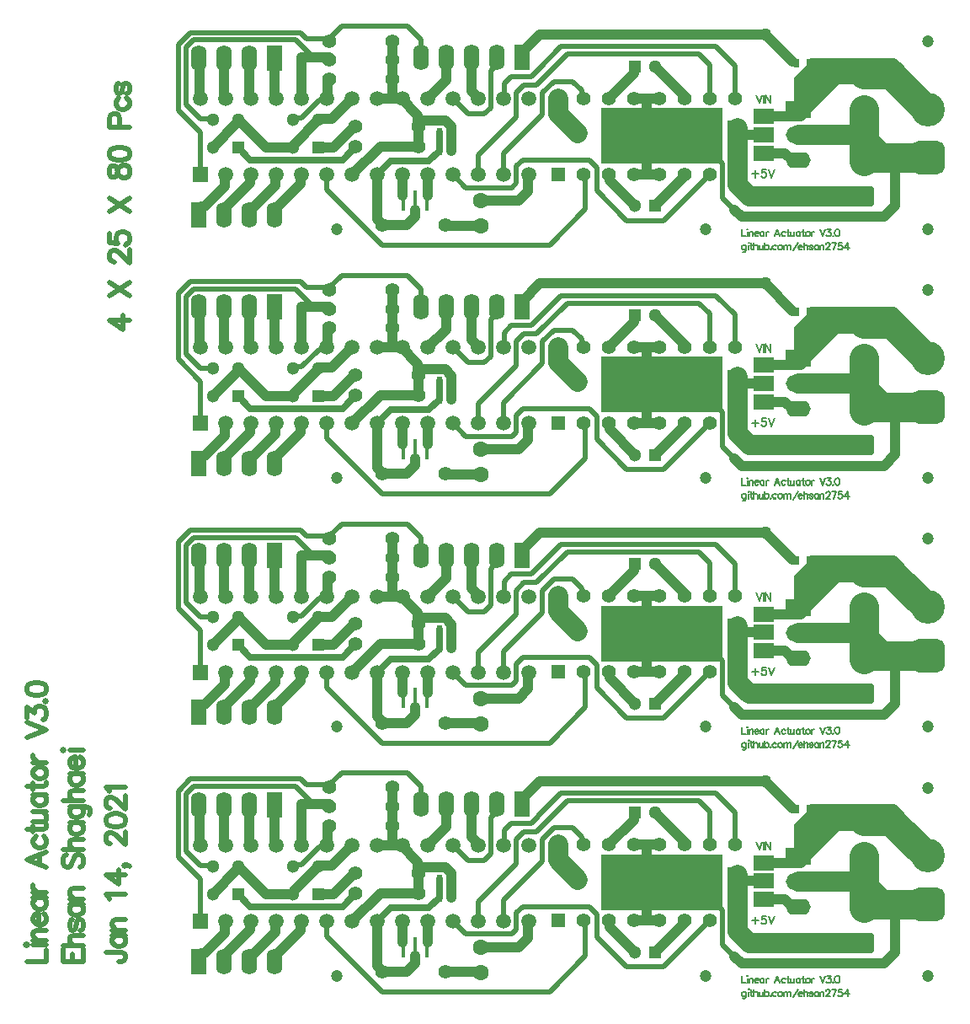
<source format=gbr>
%TF.GenerationSoftware,Altium Limited,Altium Designer,21.4.1 (30)*%
G04 Layer_Physical_Order=1*
G04 Layer_Color=255*
%FSLAX26Y26*%
%MOIN*%
%TF.SameCoordinates,FA171619-A988-4B02-9C22-6D3C25DF24D0*%
%TF.FilePolarity,Positive*%
%TF.FileFunction,Copper,L1,Top,Signal*%
%TF.Part,ProductionPanel*%
G01*
G75*
%TA.AperFunction,NonConductor*%
%ADD10C,0.019685*%
%TA.AperFunction,SMDPad,CuDef*%
%ADD11C,0.133858*%
G04:AMPARAMS|DCode=12|XSize=133.858mil|YSize=133.858mil|CornerRadius=33.465mil|HoleSize=0mil|Usage=FLASHONLY|Rotation=0.000|XOffset=0mil|YOffset=0mil|HoleType=Round|Shape=RoundedRectangle|*
%AMROUNDEDRECTD12*
21,1,0.133858,0.066929,0,0,0.0*
21,1,0.066929,0.133858,0,0,0.0*
1,1,0.066929,0.033465,-0.033465*
1,1,0.066929,-0.033465,-0.033465*
1,1,0.066929,-0.033465,0.033465*
1,1,0.066929,0.033465,0.033465*
%
%ADD12ROUNDEDRECTD12*%
%ADD13R,0.023622X0.033465*%
%ADD14R,0.078740X0.059055*%
%ADD15R,0.015748X0.078740*%
%TA.AperFunction,Conductor*%
%ADD16C,0.019685*%
%ADD17C,0.039370*%
%ADD18C,0.118110*%
%ADD19C,0.078740*%
%ADD20C,0.027559*%
%TA.AperFunction,NonConductor*%
%ADD21C,0.007874*%
%TA.AperFunction,Conductor*%
%ADD22R,0.480000X0.220000*%
%TA.AperFunction,ComponentPad*%
%ADD23R,0.062992X0.102362*%
%ADD24O,0.062992X0.102362*%
%ADD25R,0.055118X0.055118*%
%ADD26C,0.055118*%
%ADD27R,0.051181X0.051181*%
%ADD28C,0.051181*%
%ADD29C,0.078740*%
G04:AMPARAMS|DCode=30|XSize=78.74mil|YSize=78.74mil|CornerRadius=9.842mil|HoleSize=0mil|Usage=FLASHONLY|Rotation=270.000|XOffset=0mil|YOffset=0mil|HoleType=Round|Shape=RoundedRectangle|*
%AMROUNDEDRECTD30*
21,1,0.078740,0.059055,0,0,270.0*
21,1,0.059055,0.078740,0,0,270.0*
1,1,0.019685,-0.029528,-0.029528*
1,1,0.019685,-0.029528,0.029528*
1,1,0.019685,0.029528,0.029528*
1,1,0.019685,0.029528,-0.029528*
%
%ADD30ROUNDEDRECTD30*%
%TA.AperFunction,ViaPad*%
%ADD31C,0.047244*%
%TA.AperFunction,ComponentPad*%
%ADD32C,0.055000*%
%ADD33C,0.062992*%
%ADD34O,0.098425X0.062992*%
%ADD35R,0.098425X0.070866*%
%ADD36R,0.059055X0.059055*%
%ADD37C,0.059055*%
%ADD38R,0.051181X0.051181*%
%TA.AperFunction,ViaPad*%
%ADD39C,0.050000*%
G36*
X3268441Y3546153D02*
X3239441D01*
Y3672270D01*
X3298324Y3731153D01*
X3453441D01*
X3268441Y3546153D01*
D02*
G37*
G36*
Y2561901D02*
X3239441D01*
Y2688018D01*
X3298324Y2746901D01*
X3453441D01*
X3268441Y2561901D01*
D02*
G37*
G36*
Y1577649D02*
X3239441D01*
Y1703766D01*
X3298324Y1762649D01*
X3453441D01*
X3268441Y1577649D01*
D02*
G37*
G36*
Y593397D02*
X3239441D01*
Y719514D01*
X3298324Y778397D01*
X3453441D01*
X3268441Y593397D01*
D02*
G37*
D10*
X200612Y177165D02*
X279335D01*
Y222150D01*
X200612Y238270D02*
X204360Y242018D01*
X200612Y245767D01*
X196863Y242018D01*
X200612Y238270D01*
X226853Y242018D02*
X279335D01*
X226853Y259637D02*
X279335D01*
X241847D02*
X230601Y270884D01*
X226853Y278381D01*
Y289627D01*
X230601Y297125D01*
X241847Y300873D01*
X279335D01*
X249345Y321491D02*
Y366476D01*
X241847D01*
X234350Y362727D01*
X230601Y358979D01*
X226853Y351481D01*
Y340235D01*
X230601Y332738D01*
X238099Y325240D01*
X249345Y321491D01*
X256842D01*
X268089Y325240D01*
X275586Y332738D01*
X279335Y340235D01*
Y351481D01*
X275586Y358979D01*
X268089Y366476D01*
X226853Y428330D02*
X279335D01*
X238099D02*
X230601Y420833D01*
X226853Y413335D01*
Y402089D01*
X230601Y394592D01*
X238099Y387094D01*
X249345Y383345D01*
X256842D01*
X268089Y387094D01*
X275586Y394592D01*
X279335Y402089D01*
Y413335D01*
X275586Y420833D01*
X268089Y428330D01*
X226853Y449323D02*
X279335D01*
X249345D02*
X238099Y453072D01*
X230601Y460569D01*
X226853Y468067D01*
Y479313D01*
X279335Y608269D02*
X200612Y578279D01*
X279335Y548289D01*
X253094Y559536D02*
Y597023D01*
X238099Y671623D02*
X230601Y664125D01*
X226853Y656628D01*
Y645382D01*
X230601Y637884D01*
X238099Y630387D01*
X249345Y626638D01*
X256842D01*
X268089Y630387D01*
X275586Y637884D01*
X279335Y645382D01*
Y656628D01*
X275586Y664125D01*
X268089Y671623D01*
X200612Y699738D02*
X264340D01*
X275586Y703487D01*
X279335Y710984D01*
Y718482D01*
X226853Y688492D02*
Y714733D01*
Y729728D02*
X264340D01*
X275586Y733477D01*
X279335Y740974D01*
Y752220D01*
X275586Y759718D01*
X264340Y770964D01*
X226853D02*
X279335D01*
X226853Y836567D02*
X279335D01*
X238099D02*
X230601Y829069D01*
X226853Y821572D01*
Y810326D01*
X230601Y802828D01*
X238099Y795331D01*
X249345Y791582D01*
X256842D01*
X268089Y795331D01*
X275586Y802828D01*
X279335Y810326D01*
Y821572D01*
X275586Y829069D01*
X268089Y836567D01*
X200612Y868806D02*
X264340D01*
X275586Y872554D01*
X279335Y880052D01*
Y887549D01*
X226853Y857559D02*
Y883801D01*
Y917539D02*
X230601Y910042D01*
X238099Y902544D01*
X249345Y898795D01*
X256842D01*
X268089Y902544D01*
X275586Y910042D01*
X279335Y917539D01*
Y928785D01*
X275586Y936283D01*
X268089Y943780D01*
X256842Y947529D01*
X249345D01*
X238099Y943780D01*
X230601Y936283D01*
X226853Y928785D01*
Y917539D01*
Y964773D02*
X279335D01*
X249345D02*
X238099Y968522D01*
X230601Y976019D01*
X226853Y983517D01*
Y994763D01*
X200612Y1063739D02*
X279335Y1093729D01*
X200612Y1123719D02*
X279335Y1093729D01*
X200612Y1141338D02*
Y1182574D01*
X230601Y1160082D01*
Y1171328D01*
X234350Y1178826D01*
X238099Y1182574D01*
X249345Y1186323D01*
X256842D01*
X268089Y1182574D01*
X275586Y1175077D01*
X279335Y1163831D01*
Y1152584D01*
X275586Y1141338D01*
X271837Y1137590D01*
X264340Y1133841D01*
X271837Y1207691D02*
X275586Y1203942D01*
X279335Y1207691D01*
X275586Y1211440D01*
X271837Y1207691D01*
X200612Y1251176D02*
X204360Y1239930D01*
X215606Y1232432D01*
X234350Y1228684D01*
X245596D01*
X264340Y1232432D01*
X275586Y1239930D01*
X279335Y1251176D01*
Y1258674D01*
X275586Y1269920D01*
X264340Y1277417D01*
X245596Y1281166D01*
X234350D01*
X215606Y1277417D01*
X204360Y1269920D01*
X200612Y1258674D01*
Y1251176D01*
X346072Y225899D02*
Y177165D01*
X424796D01*
Y225899D01*
X383560Y177165D02*
Y207155D01*
X346072Y239019D02*
X424796D01*
X387308D02*
X376062Y250266D01*
X372313Y257763D01*
Y269009D01*
X376062Y276507D01*
X387308Y280255D01*
X424796D01*
X383560Y342109D02*
X376062Y338361D01*
X372313Y327115D01*
Y315868D01*
X376062Y304622D01*
X383560Y300873D01*
X391057Y304622D01*
X394806Y312120D01*
X398555Y330863D01*
X402303Y338361D01*
X409801Y342109D01*
X413549D01*
X421047Y338361D01*
X424796Y327115D01*
Y315868D01*
X421047Y304622D01*
X413549Y300873D01*
X372313Y403589D02*
X424796D01*
X383560D02*
X376062Y396091D01*
X372313Y388594D01*
Y377348D01*
X376062Y369850D01*
X383560Y362353D01*
X394806Y358604D01*
X402303D01*
X413549Y362353D01*
X421047Y369850D01*
X424796Y377348D01*
Y388594D01*
X421047Y396091D01*
X413549Y403589D01*
X372313Y424581D02*
X424796D01*
X387308D02*
X376062Y435828D01*
X372313Y443325D01*
Y454571D01*
X376062Y462069D01*
X387308Y465817D01*
X424796D01*
X357318Y600772D02*
X349821Y593274D01*
X346072Y582028D01*
Y567033D01*
X349821Y555787D01*
X357318Y548289D01*
X364816D01*
X372313Y552038D01*
X376062Y555787D01*
X379811Y563284D01*
X387308Y585777D01*
X391057Y593274D01*
X394806Y597023D01*
X402303Y600772D01*
X413549D01*
X421047Y593274D01*
X424796Y582028D01*
Y567033D01*
X421047Y555787D01*
X413549Y548289D01*
X346072Y618391D02*
X424796D01*
X387308D02*
X376062Y629637D01*
X372313Y637134D01*
Y648380D01*
X376062Y655878D01*
X387308Y659627D01*
X424796D01*
X372313Y725230D02*
X424796D01*
X383560D02*
X376062Y717732D01*
X372313Y710235D01*
Y698988D01*
X376062Y691491D01*
X383560Y683993D01*
X394806Y680245D01*
X402303D01*
X413549Y683993D01*
X421047Y691491D01*
X424796Y698988D01*
Y710235D01*
X421047Y717732D01*
X413549Y725230D01*
X372313Y791207D02*
X432293D01*
X443539Y787458D01*
X447288Y783710D01*
X451037Y776212D01*
Y764966D01*
X447288Y757468D01*
X383560Y791207D02*
X376062Y783710D01*
X372313Y776212D01*
Y764966D01*
X376062Y757468D01*
X383560Y749971D01*
X394806Y746222D01*
X402303D01*
X413549Y749971D01*
X421047Y757468D01*
X424796Y764966D01*
Y776212D01*
X421047Y783710D01*
X413549Y791207D01*
X346072Y812200D02*
X424796D01*
X387308D02*
X376062Y823446D01*
X372313Y830944D01*
Y842190D01*
X376062Y849687D01*
X387308Y853436D01*
X424796D01*
X372313Y919039D02*
X424796D01*
X383560D02*
X376062Y911541D01*
X372313Y904044D01*
Y892798D01*
X376062Y885300D01*
X383560Y877803D01*
X394806Y874054D01*
X402303D01*
X413549Y877803D01*
X421047Y885300D01*
X424796Y892798D01*
Y904044D01*
X421047Y911541D01*
X413549Y919039D01*
X394806Y940032D02*
Y985016D01*
X387308D01*
X379811Y981268D01*
X376062Y977519D01*
X372313Y970021D01*
Y958775D01*
X376062Y951278D01*
X383560Y943780D01*
X394806Y940032D01*
X402303D01*
X413549Y943780D01*
X421047Y951278D01*
X424796Y958775D01*
Y970021D01*
X421047Y977519D01*
X413549Y985016D01*
X346072Y1009383D02*
X349821Y1013132D01*
X346072Y1016880D01*
X342324Y1013132D01*
X346072Y1009383D01*
X372313Y1013132D02*
X424796D01*
X514025Y214653D02*
X574005D01*
X585251Y210904D01*
X589000Y207155D01*
X592749Y199658D01*
Y192160D01*
X589000Y184663D01*
X585251Y180914D01*
X574005Y177165D01*
X566508D01*
X540266Y279881D02*
X592749D01*
X551513D02*
X544015Y272383D01*
X540266Y264886D01*
Y253639D01*
X544015Y246142D01*
X551513Y238644D01*
X562759Y234896D01*
X570256D01*
X581503Y238644D01*
X589000Y246142D01*
X592749Y253639D01*
Y264886D01*
X589000Y272383D01*
X581503Y279881D01*
X540266Y300873D02*
X592749D01*
X555261D02*
X544015Y312120D01*
X540266Y319617D01*
Y330863D01*
X544015Y338361D01*
X555261Y342109D01*
X592749D01*
X529020Y424581D02*
X525272Y432079D01*
X514025Y443325D01*
X592749D01*
X514025Y519799D02*
X566508Y482312D01*
Y538543D01*
X514025Y519799D02*
X592749D01*
X589000Y559911D02*
X592749Y556162D01*
X589000Y552413D01*
X585251Y556162D01*
X589000Y559911D01*
X596497D01*
X603995Y556162D01*
X607744Y552413D01*
X532769Y642757D02*
X529020D01*
X521523Y646506D01*
X517774Y650255D01*
X514025Y657752D01*
Y672747D01*
X517774Y680245D01*
X521523Y683994D01*
X529020Y687742D01*
X536518D01*
X544015Y683994D01*
X555261Y676496D01*
X592749Y639009D01*
Y691491D01*
X514025Y731602D02*
X517774Y720356D01*
X529020Y712859D01*
X547764Y709110D01*
X559010D01*
X577754Y712859D01*
X589000Y720356D01*
X592749Y731602D01*
Y739100D01*
X589000Y750346D01*
X577754Y757843D01*
X559010Y761592D01*
X547764D01*
X529020Y757843D01*
X517774Y750346D01*
X514025Y739100D01*
Y731602D01*
X532769Y782960D02*
X529020D01*
X521523Y786709D01*
X517774Y790457D01*
X514025Y797955D01*
Y812950D01*
X517774Y820447D01*
X521523Y824196D01*
X529020Y827945D01*
X536518D01*
X544015Y824196D01*
X555261Y816699D01*
X592749Y779211D01*
Y831693D01*
X529020Y849313D02*
X525272Y856810D01*
X514025Y868056D01*
X592749D01*
X529020Y2714653D02*
X581503Y2677165D01*
Y2733396D01*
X529020Y2714653D02*
X607744D01*
X529020Y2809120D02*
X607744Y2861603D01*
X529020D02*
X607744Y2809120D01*
X547764Y2944825D02*
X544015D01*
X536518Y2948573D01*
X532769Y2952322D01*
X529020Y2959820D01*
Y2974814D01*
X532769Y2982312D01*
X536518Y2986061D01*
X544015Y2989809D01*
X551513D01*
X559010Y2986061D01*
X570256Y2978563D01*
X607744Y2941076D01*
Y2993558D01*
X529020Y3056162D02*
Y3018675D01*
X562759Y3014926D01*
X559010Y3018675D01*
X555261Y3029921D01*
Y3041167D01*
X559010Y3052413D01*
X566508Y3059911D01*
X577754Y3063659D01*
X585251D01*
X596497Y3059911D01*
X603995Y3052413D01*
X607744Y3041167D01*
Y3029921D01*
X603995Y3018675D01*
X600246Y3014926D01*
X592749Y3011177D01*
X529020Y3143132D02*
X607744Y3195615D01*
X529020D02*
X607744Y3143132D01*
X529020Y3293831D02*
X532769Y3282585D01*
X540266Y3278836D01*
X547764D01*
X555261Y3282585D01*
X559010Y3290083D01*
X562759Y3305077D01*
X566508Y3316324D01*
X574005Y3323821D01*
X581503Y3327570D01*
X592749D01*
X600246Y3323821D01*
X603995Y3320073D01*
X607744Y3308826D01*
Y3293831D01*
X603995Y3282585D01*
X600246Y3278836D01*
X592749Y3275088D01*
X581503D01*
X574005Y3278836D01*
X566508Y3286334D01*
X562759Y3297580D01*
X559010Y3312575D01*
X555261Y3320073D01*
X547764Y3323821D01*
X540266D01*
X532769Y3320073D01*
X529020Y3308826D01*
Y3293831D01*
Y3367681D02*
X532769Y3356435D01*
X544015Y3348938D01*
X562759Y3345189D01*
X574005D01*
X592749Y3348938D01*
X603995Y3356435D01*
X607744Y3367681D01*
Y3375179D01*
X603995Y3386425D01*
X592749Y3393923D01*
X574005Y3397671D01*
X562759D01*
X544015Y3393923D01*
X532769Y3386425D01*
X529020Y3375179D01*
Y3367681D01*
X570256Y3477144D02*
Y3510883D01*
X566508Y3522129D01*
X562759Y3525878D01*
X555261Y3529626D01*
X544015D01*
X536518Y3525878D01*
X532769Y3522129D01*
X529020Y3510883D01*
Y3477144D01*
X607744D01*
X566508Y3592230D02*
X559010Y3584733D01*
X555261Y3577235D01*
Y3565989D01*
X559010Y3558492D01*
X566508Y3550994D01*
X577754Y3547246D01*
X585251D01*
X596497Y3550994D01*
X603995Y3558492D01*
X607744Y3565989D01*
Y3577235D01*
X603995Y3584733D01*
X596497Y3592230D01*
X566508Y3650336D02*
X559010Y3646587D01*
X555261Y3635341D01*
Y3624095D01*
X559010Y3612848D01*
X566508Y3609100D01*
X574005Y3612848D01*
X577754Y3620346D01*
X581503Y3639089D01*
X585251Y3646587D01*
X592749Y3650336D01*
X596497D01*
X603995Y3646587D01*
X607744Y3635341D01*
Y3624095D01*
X603995Y3612848D01*
X596497Y3609100D01*
D11*
X3768441Y595397D02*
D03*
Y1579649D02*
D03*
Y2563901D02*
D03*
Y3548153D02*
D03*
D12*
Y402484D02*
D03*
Y1386736D02*
D03*
Y2370988D02*
D03*
Y3355240D02*
D03*
D13*
X2985936Y448397D02*
D03*
X2936944D02*
D03*
X1882937Y504397D02*
D03*
X1833944D02*
D03*
X1882937Y431397D02*
D03*
X1833944D02*
D03*
X3298324Y778397D02*
D03*
X3249332D02*
D03*
X2985936Y532397D02*
D03*
X2936944D02*
D03*
X2985936Y1432649D02*
D03*
X2936944D02*
D03*
X1882937Y1488649D02*
D03*
X1833944D02*
D03*
X1882937Y1415649D02*
D03*
X1833944D02*
D03*
X3298324Y1762649D02*
D03*
X3249332D02*
D03*
X2985936Y1516649D02*
D03*
X2936944D02*
D03*
X2985936Y2416901D02*
D03*
X2936944D02*
D03*
X1882937Y2472901D02*
D03*
X1833944D02*
D03*
X1882937Y2399901D02*
D03*
X1833944D02*
D03*
X3298324Y2746901D02*
D03*
X3249332D02*
D03*
X2985936Y2500901D02*
D03*
X2936944D02*
D03*
X2985936Y3401153D02*
D03*
X2936944D02*
D03*
X1882937Y3457153D02*
D03*
X1833944D02*
D03*
X1882937Y3384153D02*
D03*
X1833944D02*
D03*
X3298324Y3731153D02*
D03*
X3249332D02*
D03*
X2985936Y3485153D02*
D03*
X2936944D02*
D03*
D14*
X3117441Y422031D02*
D03*
Y567031D02*
D03*
X3118441Y495031D02*
D03*
X3117441Y1406283D02*
D03*
Y1551283D02*
D03*
X3118441Y1479283D02*
D03*
X3117441Y2390535D02*
D03*
Y2535535D02*
D03*
X3118441Y2463535D02*
D03*
X3117441Y3374787D02*
D03*
Y3519787D02*
D03*
X3118441Y3447787D02*
D03*
D15*
X1691196Y234397D02*
D03*
X1738440D02*
D03*
X1785685D02*
D03*
X1691196Y1218649D02*
D03*
X1738440D02*
D03*
X1785685D02*
D03*
X1691196Y2202901D02*
D03*
X1738440D02*
D03*
X1785685D02*
D03*
X1691196Y3187153D02*
D03*
X1738440D02*
D03*
X1785685D02*
D03*
D16*
X1389440Y276397D02*
Y336397D01*
Y276397D02*
X1608799Y57039D01*
X1940440Y285397D02*
X2121441D01*
X1889440Y336397D02*
X1940440Y285397D01*
X2121441D02*
X2138811Y302767D01*
X1608799Y57039D02*
X2271082D01*
X2956228Y244610D02*
Y380610D01*
Y244610D02*
X3003441Y197397D01*
X2170441Y691397D02*
X2219441D01*
X2243441Y660105D02*
X2288733Y705397D01*
X2139441Y564397D02*
Y660397D01*
X2091496Y638452D02*
Y695452D01*
X2139441Y660397D02*
X2170441Y691397D01*
X2243441Y573397D02*
Y660105D01*
X2225441Y751186D02*
Y751866D01*
X2120441Y724397D02*
X2198652D01*
X2091496Y695452D02*
X2120441Y724397D01*
X2198652D02*
X2225441Y751186D01*
X2038811Y746844D02*
X2062669Y770702D01*
X2219441Y691397D02*
X2340756Y812712D01*
X2062669Y770702D02*
Y802106D01*
X2225441Y751866D02*
X2315972Y842397D01*
X1762669Y799153D02*
Y869169D01*
X889441Y336397D02*
Y502397D01*
X2038811Y601768D02*
Y746844D01*
X1889440Y636397D02*
X1949440Y576397D01*
X2089441Y336397D02*
Y419397D01*
X1989440Y336397D02*
Y414397D01*
X2089441Y636397D02*
X2091496Y638452D01*
X2013440Y576397D02*
X2038811Y601768D01*
X1949440Y576397D02*
X2013440D01*
X1400440Y875397D02*
X1447783Y922740D01*
X1709098D02*
X1762669Y869169D01*
X2089441Y419397D02*
X2243441Y573397D01*
X2138811Y368767D02*
X2164441Y394397D01*
X1989440Y414397D02*
X2139441Y564397D01*
X937441Y444075D02*
X938811Y442704D01*
X2288733Y705397D02*
X2363441D01*
X2398661Y645146D02*
X2405441Y638366D01*
X2398661Y645146D02*
Y670177D01*
X2363441Y705397D02*
X2398661Y670177D01*
X2722472Y155397D02*
X2905441Y338366D01*
X2405441D02*
X2412220Y331586D01*
X2457441Y274397D02*
X2576441Y155397D01*
X2457441Y274397D02*
Y364397D01*
X2413082Y199039D02*
Y309118D01*
X2271082Y57039D02*
X2413082Y199039D01*
X2933441Y403397D02*
X2956228Y380610D01*
X2164441Y394397D02*
X2427441D01*
X2138811Y302767D02*
Y368767D01*
X3005441Y638366D02*
Y766397D01*
X2905441Y638366D02*
Y769712D01*
X2936944Y448397D02*
Y532397D01*
X2412220Y309980D02*
X2413082Y309118D01*
X2427441Y394397D02*
X2457441Y364397D01*
X2576441Y155397D02*
X2722472D01*
X2412220Y309980D02*
Y331586D01*
X2315972Y842397D02*
X2929441D01*
X3005441Y766397D01*
X2340756Y812712D02*
X2862441D01*
X2905441Y769712D01*
X936018Y555734D02*
X937441Y554311D01*
X888104Y555734D02*
X936018D01*
X801394Y590444D02*
X889441Y502397D01*
X801394Y851219D02*
X848856Y898681D01*
X831078Y838922D02*
X861152Y868996D01*
X831078Y757022D02*
X831079Y757022D01*
Y612759D02*
Y757022D01*
Y612759D02*
X888104Y555734D01*
X831078Y757022D02*
Y838922D01*
X801394Y590444D02*
Y851219D01*
X1256440Y554311D02*
X1262467Y560337D01*
X1289182D01*
X1308441Y875397D02*
X1400440D01*
X1285157Y898681D02*
X1308441Y875397D01*
X1265842Y868996D02*
X1335547Y799291D01*
X861152Y868996D02*
X1265842D01*
X1357709Y628864D02*
X1381907D01*
X1289182Y560337D02*
X1357709Y628864D01*
X1381907D02*
X1389440Y636397D01*
X848856Y898681D02*
X1285157D01*
X1447783Y922740D02*
X1709098D01*
X1389440Y1260649D02*
Y1320649D01*
Y1260649D02*
X1608799Y1041291D01*
X1940440Y1269649D02*
X2121441D01*
X1889440Y1320649D02*
X1940440Y1269649D01*
X2121441D02*
X2138811Y1287020D01*
X1608799Y1041291D02*
X2271082D01*
X2956228Y1228862D02*
Y1364862D01*
Y1228862D02*
X3003441Y1181649D01*
X2170441Y1675649D02*
X2219441D01*
X2243441Y1644357D02*
X2288733Y1689649D01*
X2139441Y1548649D02*
Y1644649D01*
X2091496Y1622705D02*
Y1679705D01*
X2139441Y1644649D02*
X2170441Y1675649D01*
X2243441Y1557649D02*
Y1644357D01*
X2225441Y1735438D02*
Y1736118D01*
X2120441Y1708649D02*
X2198652D01*
X2091496Y1679705D02*
X2120441Y1708649D01*
X2198652D02*
X2225441Y1735438D01*
X2038811Y1731096D02*
X2062669Y1754954D01*
X2219441Y1675649D02*
X2340756Y1796964D01*
X2062669Y1754954D02*
Y1786358D01*
X2225441Y1736118D02*
X2315972Y1826649D01*
X1762669Y1783405D02*
Y1853421D01*
X889441Y1320649D02*
Y1486649D01*
X2038811Y1586020D02*
Y1731096D01*
X1889440Y1620649D02*
X1949440Y1560649D01*
X2089441Y1320649D02*
Y1403649D01*
X1989440Y1320649D02*
Y1398649D01*
X2089441Y1620649D02*
X2091496Y1622705D01*
X2013440Y1560649D02*
X2038811Y1586020D01*
X1949440Y1560649D02*
X2013440D01*
X1400440Y1859649D02*
X1447783Y1906992D01*
X1709098D02*
X1762669Y1853421D01*
X2089441Y1403649D02*
X2243441Y1557649D01*
X2138811Y1353020D02*
X2164441Y1378649D01*
X1989440Y1398649D02*
X2139441Y1548649D01*
X937441Y1428327D02*
X938811Y1426957D01*
X2288733Y1689649D02*
X2363441D01*
X2398661Y1629398D02*
X2405441Y1622618D01*
X2398661Y1629398D02*
Y1654429D01*
X2363441Y1689649D02*
X2398661Y1654429D01*
X2722472Y1139649D02*
X2905441Y1322618D01*
X2405441D02*
X2412220Y1315838D01*
X2457441Y1258649D02*
X2576441Y1139649D01*
X2457441Y1258649D02*
Y1348649D01*
X2413082Y1183291D02*
Y1293370D01*
X2271082Y1041291D02*
X2413082Y1183291D01*
X2933441Y1387649D02*
X2956228Y1364862D01*
X2164441Y1378649D02*
X2427441D01*
X2138811Y1287020D02*
Y1353020D01*
X3005441Y1622618D02*
Y1750649D01*
X2905441Y1622618D02*
Y1753964D01*
X2936944Y1432649D02*
Y1516649D01*
X2412220Y1294232D02*
X2413082Y1293370D01*
X2427441Y1378649D02*
X2457441Y1348649D01*
X2576441Y1139649D02*
X2722472D01*
X2412220Y1294232D02*
Y1315838D01*
X2315972Y1826649D02*
X2929441D01*
X3005441Y1750649D01*
X2340756Y1796964D02*
X2862441D01*
X2905441Y1753964D01*
X936018Y1539986D02*
X937441Y1538563D01*
X888104Y1539986D02*
X936018D01*
X801394Y1574696D02*
X889441Y1486649D01*
X801394Y1835471D02*
X848856Y1882933D01*
X831078Y1823174D02*
X861152Y1853248D01*
X831078Y1741274D02*
X831079Y1741274D01*
Y1597011D02*
Y1741274D01*
Y1597011D02*
X888104Y1539986D01*
X831078Y1741274D02*
Y1823174D01*
X801394Y1574696D02*
Y1835471D01*
X1256440Y1538563D02*
X1262467Y1544589D01*
X1289182D01*
X1308441Y1859649D02*
X1400440D01*
X1285157Y1882933D02*
X1308441Y1859649D01*
X1265842Y1853248D02*
X1335547Y1783543D01*
X861152Y1853248D02*
X1265842D01*
X1357709Y1613116D02*
X1381907D01*
X1289182Y1544589D02*
X1357709Y1613116D01*
X1381907D02*
X1389440Y1620649D01*
X848856Y1882933D02*
X1285157D01*
X1447783Y1906992D02*
X1709098D01*
X1389440Y2244901D02*
Y2304901D01*
Y2244901D02*
X1608799Y2025543D01*
X1940440Y2253901D02*
X2121441D01*
X1889440Y2304901D02*
X1940440Y2253901D01*
X2121441D02*
X2138811Y2271271D01*
X1608799Y2025543D02*
X2271082D01*
X2956228Y2213114D02*
Y2349114D01*
Y2213114D02*
X3003441Y2165901D01*
X2170441Y2659901D02*
X2219441D01*
X2243441Y2628609D02*
X2288733Y2673901D01*
X2139441Y2532901D02*
Y2628901D01*
X2091496Y2606956D02*
Y2663956D01*
X2139441Y2628901D02*
X2170441Y2659901D01*
X2243441Y2541901D02*
Y2628609D01*
X2225441Y2719690D02*
Y2720370D01*
X2120441Y2692901D02*
X2198652D01*
X2091496Y2663956D02*
X2120441Y2692901D01*
X2198652D02*
X2225441Y2719690D01*
X2038811Y2715348D02*
X2062669Y2739206D01*
X2219441Y2659901D02*
X2340756Y2781216D01*
X2062669Y2739206D02*
Y2770610D01*
X2225441Y2720370D02*
X2315972Y2810901D01*
X1762669Y2767657D02*
Y2837673D01*
X889441Y2304901D02*
Y2470901D01*
X2038811Y2570271D02*
Y2715348D01*
X1889440Y2604901D02*
X1949440Y2544901D01*
X2089441Y2304901D02*
Y2387901D01*
X1989440Y2304901D02*
Y2382901D01*
X2089441Y2604901D02*
X2091496Y2606956D01*
X2013440Y2544901D02*
X2038811Y2570271D01*
X1949440Y2544901D02*
X2013440D01*
X1400440Y2843901D02*
X1447783Y2891244D01*
X1709098D02*
X1762669Y2837673D01*
X2089441Y2387901D02*
X2243441Y2541901D01*
X2138811Y2337271D02*
X2164441Y2362901D01*
X1989440Y2382901D02*
X2139441Y2532901D01*
X937441Y2412579D02*
X938811Y2411209D01*
X2288733Y2673901D02*
X2363441D01*
X2398661Y2613650D02*
X2405441Y2606870D01*
X2398661Y2613650D02*
Y2638681D01*
X2363441Y2673901D02*
X2398661Y2638681D01*
X2722472Y2123901D02*
X2905441Y2306870D01*
X2405441D02*
X2412220Y2300090D01*
X2457441Y2242901D02*
X2576441Y2123901D01*
X2457441Y2242901D02*
Y2332901D01*
X2413082Y2167543D02*
Y2277622D01*
X2271082Y2025543D02*
X2413082Y2167543D01*
X2933441Y2371901D02*
X2956228Y2349114D01*
X2164441Y2362901D02*
X2427441D01*
X2138811Y2271271D02*
Y2337271D01*
X3005441Y2606870D02*
Y2734901D01*
X2905441Y2606870D02*
Y2738216D01*
X2936944Y2416901D02*
Y2500901D01*
X2412220Y2278484D02*
X2413082Y2277622D01*
X2427441Y2362901D02*
X2457441Y2332901D01*
X2576441Y2123901D02*
X2722472D01*
X2412220Y2278484D02*
Y2300090D01*
X2315972Y2810901D02*
X2929441D01*
X3005441Y2734901D01*
X2340756Y2781216D02*
X2862441D01*
X2905441Y2738216D01*
X936018Y2524238D02*
X937441Y2522815D01*
X888104Y2524238D02*
X936018D01*
X801394Y2558948D02*
X889441Y2470901D01*
X801394Y2819723D02*
X848856Y2867185D01*
X831078Y2807426D02*
X861152Y2837500D01*
X831078Y2725526D02*
X831079Y2725526D01*
Y2581263D02*
Y2725526D01*
Y2581263D02*
X888104Y2524238D01*
X831078Y2725526D02*
Y2807426D01*
X801394Y2558948D02*
Y2819723D01*
X1256440Y2522815D02*
X1262467Y2528841D01*
X1289182D01*
X1308441Y2843901D02*
X1400440D01*
X1285157Y2867185D02*
X1308441Y2843901D01*
X1265842Y2837500D02*
X1335547Y2767795D01*
X861152Y2837500D02*
X1265842D01*
X1357709Y2597368D02*
X1381907D01*
X1289182Y2528841D02*
X1357709Y2597368D01*
X1381907D02*
X1389440Y2604901D01*
X848856Y2867185D02*
X1285157D01*
X1447783Y2891244D02*
X1709098D01*
X1389440Y3229153D02*
Y3289153D01*
Y3229153D02*
X1608799Y3009795D01*
X1940440Y3238153D02*
X2121441D01*
X1889440Y3289153D02*
X1940440Y3238153D01*
X2121441D02*
X2138811Y3255523D01*
X1608799Y3009795D02*
X2271082D01*
X2956228Y3197366D02*
Y3333366D01*
Y3197366D02*
X3003441Y3150153D01*
X2170441Y3644153D02*
X2219441D01*
X2243441Y3612861D02*
X2288733Y3658153D01*
X2139441Y3517153D02*
Y3613153D01*
X2091496Y3591209D02*
Y3648209D01*
X2139441Y3613153D02*
X2170441Y3644153D01*
X2243441Y3526153D02*
Y3612861D01*
X2225441Y3703942D02*
Y3704622D01*
X2120441Y3677153D02*
X2198652D01*
X2091496Y3648209D02*
X2120441Y3677153D01*
X2198652D02*
X2225441Y3703942D01*
X2038811Y3699600D02*
X2062669Y3723458D01*
X2219441Y3644153D02*
X2340756Y3765468D01*
X2062669Y3723458D02*
Y3754862D01*
X2225441Y3704622D02*
X2315972Y3795153D01*
X1762669Y3751909D02*
Y3821925D01*
X889441Y3289153D02*
Y3455153D01*
X2038811Y3554523D02*
Y3699600D01*
X1889440Y3589153D02*
X1949440Y3529153D01*
X2089441Y3289153D02*
Y3372153D01*
X1989440Y3289153D02*
Y3367153D01*
X2089441Y3589153D02*
X2091496Y3591209D01*
X2013440Y3529153D02*
X2038811Y3554523D01*
X1949440Y3529153D02*
X2013440D01*
X1400440Y3828153D02*
X1447783Y3875496D01*
X1709098D02*
X1762669Y3821925D01*
X2089441Y3372153D02*
X2243441Y3526153D01*
X2138811Y3321523D02*
X2164441Y3347153D01*
X1989440Y3367153D02*
X2139441Y3517153D01*
X937441Y3396831D02*
X938811Y3395461D01*
X2288733Y3658153D02*
X2363441D01*
X2398661Y3597902D02*
X2405441Y3591122D01*
X2398661Y3597902D02*
Y3622933D01*
X2363441Y3658153D02*
X2398661Y3622933D01*
X2722472Y3108153D02*
X2905441Y3291122D01*
X2405441D02*
X2412220Y3284342D01*
X2457441Y3227153D02*
X2576441Y3108153D01*
X2457441Y3227153D02*
Y3317153D01*
X2413082Y3151795D02*
Y3261874D01*
X2271082Y3009795D02*
X2413082Y3151795D01*
X2933441Y3356153D02*
X2956228Y3333366D01*
X2164441Y3347153D02*
X2427441D01*
X2138811Y3255523D02*
Y3321523D01*
X3005441Y3591122D02*
Y3719153D01*
X2905441Y3591122D02*
Y3722468D01*
X2936944Y3401153D02*
Y3485153D01*
X2412220Y3262736D02*
X2413082Y3261874D01*
X2427441Y3347153D02*
X2457441Y3317153D01*
X2576441Y3108153D02*
X2722472D01*
X2412220Y3262736D02*
Y3284342D01*
X2315972Y3795153D02*
X2929441D01*
X3005441Y3719153D01*
X2340756Y3765468D02*
X2862441D01*
X2905441Y3722468D01*
X936018Y3508490D02*
X937441Y3507067D01*
X888104Y3508490D02*
X936018D01*
X801394Y3543200D02*
X889441Y3455153D01*
X801394Y3803975D02*
X848856Y3851437D01*
X831078Y3791678D02*
X861152Y3821752D01*
X831078Y3709778D02*
X831079Y3709778D01*
Y3565515D02*
Y3709778D01*
Y3565515D02*
X888104Y3508490D01*
X831078Y3709778D02*
Y3791678D01*
X801394Y3543200D02*
Y3803975D01*
X1256440Y3507067D02*
X1262467Y3513093D01*
X1289182D01*
X1308441Y3828153D02*
X1400440D01*
X1285157Y3851437D02*
X1308441Y3828153D01*
X1265842Y3821752D02*
X1335547Y3752047D01*
X861152Y3821752D02*
X1265842D01*
X1357709Y3581620D02*
X1381907D01*
X1289182Y3513093D02*
X1357709Y3581620D01*
X1381907D02*
X1389440Y3589153D01*
X848856Y3851437D02*
X1285157D01*
X1447783Y3875496D02*
X1709098D01*
D17*
X1997940Y134897D02*
X1999440Y133397D01*
Y233397D02*
X2148441D01*
X2185674Y270631D01*
X1738733Y169689D02*
Y198586D01*
X1787563Y254083D02*
Y334519D01*
X1690319Y254083D02*
Y335519D01*
X1689440Y336397D02*
X1690319Y335519D01*
X1787563Y334519D02*
X1789440Y336397D01*
X1589440Y161408D02*
Y336397D01*
X1082023Y177397D02*
Y190980D01*
X1185674Y294631D01*
X1182023Y177397D02*
X1189739Y185113D01*
X982023Y177397D02*
Y198800D01*
X1189739Y204798D02*
X1285674Y300733D01*
X904954Y208893D02*
X985674Y289614D01*
X893834Y208893D02*
X904954D01*
X1189739Y185113D02*
Y204798D01*
X982023Y198800D02*
X1085674Y302451D01*
X2185674Y270631D02*
Y332631D01*
X2189441Y336397D01*
X1285674Y300733D02*
Y332631D01*
X985674Y289614D02*
Y332631D01*
X1285674D02*
X1289440Y336397D01*
X1185674Y294631D02*
Y332631D01*
X1085674D02*
X1089440Y336397D01*
X985674Y332631D02*
X989441Y336397D01*
X1185674Y332631D02*
X1189440Y336397D01*
X1085674Y302451D02*
Y332631D01*
X1610222Y136397D02*
X1705440D01*
X1610222D02*
Y140627D01*
X1860222Y136397D02*
X1861722Y134897D01*
X1997940D01*
X1705440Y136397D02*
X1738733Y169689D01*
X1589440Y161408D02*
X1610222Y140627D01*
X3232383Y393397D02*
X3255441D01*
X3117441Y567031D02*
X3264705D01*
X3273882Y576208D01*
X3117441Y422031D02*
X3203750D01*
X3232383Y393397D01*
X3003441Y197397D02*
X3031441Y169397D01*
X3039807Y495031D02*
X3118441D01*
X3031441Y169397D02*
X3595441D01*
X3639441Y213397D01*
Y402484D01*
X3308441Y778397D02*
X3514441D01*
X3631014D02*
X3662471Y746940D01*
X3514441Y778397D02*
X3631014D01*
X1600940Y447897D02*
X1601440Y447397D01*
X1356440Y444075D02*
X1414218D01*
X2162669Y818838D02*
X2233509Y889678D01*
X2162669Y799153D02*
Y818838D01*
X1862669Y709626D02*
Y802106D01*
X1753440Y550815D02*
X1858051D01*
X1489440Y336397D02*
X1600940Y447897D01*
X1414218Y444075D02*
X1494551Y524407D01*
X1962669Y668496D02*
X1989440Y641724D01*
X1962669Y668496D02*
Y802106D01*
X1989440Y636397D02*
Y641724D01*
X1601440Y447397D02*
X1753440D01*
X1882937Y504397D02*
Y525930D01*
Y431397D02*
Y504397D01*
X1858051Y550815D02*
X1882937Y525930D01*
X1648440Y789291D02*
Y865397D01*
Y713185D02*
Y789291D01*
X1753440Y447397D02*
Y527397D01*
X1258700Y454895D02*
X1356440Y552635D01*
X1589440Y636397D02*
X1648440D01*
X1037440Y554311D02*
X1147677Y444075D01*
X1356440Y552635D02*
Y554311D01*
X1358700Y556571D02*
X1409614D01*
X1258700Y446334D02*
Y454895D01*
X1147677Y444075D02*
X1256440D01*
X937441D02*
Y444644D01*
X1035181Y542384D01*
X1256440Y444075D02*
X1258700Y446334D01*
X1648440Y642407D02*
X1650683Y640164D01*
X1685674D01*
X1750450Y550815D02*
Y571388D01*
Y530388D02*
Y550815D01*
X1685674Y640164D02*
X1689440Y636397D01*
X1750450Y530388D02*
X1753440Y527397D01*
X1648440Y642407D02*
Y713185D01*
X1685440Y636397D02*
X1750450Y571388D01*
X1689440Y636397D02*
X1693207Y632631D01*
X1789440Y636397D02*
X1862669Y709626D01*
X1648440Y636397D02*
X1685440D01*
X2802427Y325723D02*
Y335353D01*
X2805441Y338366D01*
X2689102Y212397D02*
X2802427Y325723D01*
X2508454Y314306D02*
Y335353D01*
X2655441Y338366D02*
X2705441D01*
X2605441D02*
X2655441D01*
X2508454Y314306D02*
X2610362Y212397D01*
X2505441Y338366D02*
X2508454Y335353D01*
X3016441Y518397D02*
X3039807Y495031D01*
X2655441Y338366D02*
Y490397D01*
X2505441Y638366D02*
X2604456Y737382D01*
X2605441Y638366D02*
X2655441D01*
X2802427Y641379D02*
X2805441Y638366D01*
X2655441D02*
X2705441D01*
X3014441Y520397D02*
X3016441Y518397D01*
X2689102Y765103D02*
X2802427Y651777D01*
Y641379D02*
Y651777D01*
X2604456Y737382D02*
Y759197D01*
X2655441Y490397D02*
Y638366D01*
X2604456Y759197D02*
X2610362Y765103D01*
X2233509Y889678D02*
X3124160D01*
X3231441Y782397D01*
X1035181Y552051D02*
X1037440Y554311D01*
X1035181Y542384D02*
Y552051D01*
X885929Y639909D02*
Y794460D01*
Y639909D02*
X889441Y636397D01*
X882417Y797972D02*
X885929Y794460D01*
X1189440Y636397D02*
Y641724D01*
X1182417Y648748D02*
Y797972D01*
Y648748D02*
X1189440Y641724D01*
X1289441Y636398D02*
Y799291D01*
X1293207D02*
X1335547D01*
X1398440D01*
X1494551Y524407D02*
X1500450D01*
X1503440Y527397D01*
X1389440Y636397D02*
X1393207Y640164D01*
Y715722D01*
X1409614Y556571D02*
X1489440Y636397D01*
X1356440Y554311D02*
X1358700Y556571D01*
X989441Y636397D02*
Y641724D01*
X1082417Y648748D02*
X1089440Y641724D01*
X982417Y648748D02*
X989441Y641724D01*
X1089440Y636397D02*
Y641724D01*
X1082417Y648748D02*
Y797972D01*
X982417Y648748D02*
Y797972D01*
X1997940Y1119149D02*
X1999440Y1117649D01*
Y1217649D02*
X2148441D01*
X2185674Y1254883D01*
X1738733Y1153941D02*
Y1182838D01*
X1787563Y1238334D02*
Y1318772D01*
X1690319Y1238334D02*
Y1319771D01*
X1689440Y1320649D02*
X1690319Y1319771D01*
X1787563Y1318772D02*
X1789440Y1320649D01*
X1589440Y1145660D02*
Y1320649D01*
X1082023Y1161649D02*
Y1175232D01*
X1185674Y1278883D01*
X1182023Y1161649D02*
X1189739Y1169365D01*
X982023Y1161649D02*
Y1183052D01*
X1189739Y1189050D02*
X1285674Y1284985D01*
X904954Y1193145D02*
X985674Y1273866D01*
X893834Y1193145D02*
X904954D01*
X1189739Y1169365D02*
Y1189050D01*
X982023Y1183052D02*
X1085674Y1286703D01*
X2185674Y1254883D02*
Y1316883D01*
X2189441Y1320649D01*
X1285674Y1284985D02*
Y1316883D01*
X985674Y1273866D02*
Y1316883D01*
X1285674D02*
X1289440Y1320649D01*
X1185674Y1278883D02*
Y1316883D01*
X1085674D02*
X1089440Y1320649D01*
X985674Y1316883D02*
X989441Y1320649D01*
X1185674Y1316883D02*
X1189440Y1320649D01*
X1085674Y1286703D02*
Y1316883D01*
X1610222Y1120649D02*
X1705440D01*
X1610222D02*
Y1124879D01*
X1860222Y1120649D02*
X1861722Y1119149D01*
X1997940D01*
X1705440Y1120649D02*
X1738733Y1153941D01*
X1589440Y1145660D02*
X1610222Y1124879D01*
X3232383Y1377649D02*
X3255441D01*
X3117441Y1551283D02*
X3264705D01*
X3273882Y1560460D01*
X3117441Y1406283D02*
X3203750D01*
X3232383Y1377649D01*
X3003441Y1181649D02*
X3031441Y1153649D01*
X3039807Y1479283D02*
X3118441D01*
X3031441Y1153649D02*
X3595441D01*
X3639441Y1197649D01*
Y1386736D01*
X3308441Y1762649D02*
X3514441D01*
X3631014D02*
X3662471Y1731192D01*
X3514441Y1762649D02*
X3631014D01*
X1600940Y1432149D02*
X1601440Y1431649D01*
X1356440Y1428327D02*
X1414218D01*
X2162669Y1803090D02*
X2233509Y1873930D01*
X2162669Y1783405D02*
Y1803090D01*
X1862669Y1693878D02*
Y1786358D01*
X1753440Y1535067D02*
X1858051D01*
X1489440Y1320649D02*
X1600940Y1432149D01*
X1414218Y1428327D02*
X1494551Y1508659D01*
X1962669Y1652748D02*
X1989440Y1625976D01*
X1962669Y1652748D02*
Y1786358D01*
X1989440Y1620649D02*
Y1625976D01*
X1601440Y1431649D02*
X1753440D01*
X1882937Y1488649D02*
Y1510182D01*
Y1415649D02*
Y1488649D01*
X1858051Y1535067D02*
X1882937Y1510182D01*
X1648440Y1773543D02*
Y1849649D01*
Y1697437D02*
Y1773543D01*
X1753440Y1431649D02*
Y1511649D01*
X1258700Y1439147D02*
X1356440Y1536887D01*
X1589440Y1620649D02*
X1648440D01*
X1037440Y1538563D02*
X1147677Y1428327D01*
X1356440Y1536887D02*
Y1538563D01*
X1358700Y1540823D02*
X1409614D01*
X1258700Y1430586D02*
Y1439147D01*
X1147677Y1428327D02*
X1256440D01*
X937441D02*
Y1428896D01*
X1035181Y1526636D01*
X1256440Y1428327D02*
X1258700Y1430586D01*
X1648440Y1626659D02*
X1650683Y1624416D01*
X1685674D01*
X1750450Y1535067D02*
Y1555640D01*
Y1514640D02*
Y1535067D01*
X1685674Y1624416D02*
X1689440Y1620649D01*
X1750450Y1514640D02*
X1753440Y1511649D01*
X1648440Y1626659D02*
Y1697437D01*
X1685440Y1620649D02*
X1750450Y1555640D01*
X1689440Y1620649D02*
X1693207Y1616883D01*
X1789440Y1620649D02*
X1862669Y1693878D01*
X1648440Y1620649D02*
X1685440D01*
X2802427Y1309975D02*
Y1319605D01*
X2805441Y1322618D01*
X2689102Y1196649D02*
X2802427Y1309975D01*
X2508454Y1298558D02*
Y1319605D01*
X2655441Y1322618D02*
X2705441D01*
X2605441D02*
X2655441D01*
X2508454Y1298558D02*
X2610362Y1196649D01*
X2505441Y1322618D02*
X2508454Y1319605D01*
X3016441Y1502649D02*
X3039807Y1479283D01*
X2655441Y1322618D02*
Y1474649D01*
X2505441Y1622618D02*
X2604456Y1721634D01*
X2605441Y1622618D02*
X2655441D01*
X2802427Y1625631D02*
X2805441Y1622618D01*
X2655441D02*
X2705441D01*
X3014441Y1504649D02*
X3016441Y1502649D01*
X2689102Y1749355D02*
X2802427Y1636029D01*
Y1625631D02*
Y1636029D01*
X2604456Y1721634D02*
Y1743449D01*
X2655441Y1474649D02*
Y1622618D01*
X2604456Y1743449D02*
X2610362Y1749355D01*
X2233509Y1873930D02*
X3124160D01*
X3231441Y1766649D01*
X1035181Y1536303D02*
X1037440Y1538563D01*
X1035181Y1526636D02*
Y1536303D01*
X885929Y1624161D02*
Y1778712D01*
Y1624161D02*
X889441Y1620649D01*
X882417Y1782224D02*
X885929Y1778712D01*
X1189440Y1620649D02*
Y1625976D01*
X1182417Y1633000D02*
Y1782224D01*
Y1633000D02*
X1189440Y1625976D01*
X1289441Y1620649D02*
Y1783543D01*
X1293207D02*
X1335547D01*
X1398440D01*
X1494551Y1508659D02*
X1500450D01*
X1503440Y1511649D01*
X1389440Y1620649D02*
X1393207Y1624416D01*
Y1699974D01*
X1409614Y1540823D02*
X1489440Y1620649D01*
X1356440Y1538563D02*
X1358700Y1540823D01*
X989441Y1620649D02*
Y1625976D01*
X1082417Y1633000D02*
X1089440Y1625976D01*
X982417Y1633000D02*
X989441Y1625976D01*
X1089440Y1620649D02*
Y1625976D01*
X1082417Y1633000D02*
Y1782224D01*
X982417Y1633000D02*
Y1782224D01*
X1997940Y2103401D02*
X1999440Y2101901D01*
Y2201901D02*
X2148441D01*
X2185674Y2239135D01*
X1738733Y2138193D02*
Y2167090D01*
X1787563Y2222586D02*
Y2303023D01*
X1690319Y2222586D02*
Y2304023D01*
X1689440Y2304901D02*
X1690319Y2304023D01*
X1787563Y2303023D02*
X1789440Y2304901D01*
X1589440Y2129912D02*
Y2304901D01*
X1082023Y2145901D02*
Y2159484D01*
X1185674Y2263135D01*
X1182023Y2145901D02*
X1189739Y2153617D01*
X982023Y2145901D02*
Y2167304D01*
X1189739Y2173302D02*
X1285674Y2269237D01*
X904954Y2177397D02*
X985674Y2258118D01*
X893834Y2177397D02*
X904954D01*
X1189739Y2153617D02*
Y2173302D01*
X982023Y2167304D02*
X1085674Y2270955D01*
X2185674Y2239135D02*
Y2301135D01*
X2189441Y2304901D01*
X1285674Y2269237D02*
Y2301135D01*
X985674Y2258118D02*
Y2301135D01*
X1285674D02*
X1289440Y2304901D01*
X1185674Y2263135D02*
Y2301135D01*
X1085674D02*
X1089440Y2304901D01*
X985674Y2301135D02*
X989441Y2304901D01*
X1185674Y2301135D02*
X1189440Y2304901D01*
X1085674Y2270955D02*
Y2301135D01*
X1610222Y2104901D02*
X1705440D01*
X1610222D02*
Y2109131D01*
X1860222Y2104901D02*
X1861722Y2103401D01*
X1997940D01*
X1705440Y2104901D02*
X1738733Y2138193D01*
X1589440Y2129912D02*
X1610222Y2109131D01*
X3232383Y2361901D02*
X3255441D01*
X3117441Y2535535D02*
X3264705D01*
X3273882Y2544712D01*
X3117441Y2390535D02*
X3203750D01*
X3232383Y2361901D01*
X3003441Y2165901D02*
X3031441Y2137901D01*
X3039807Y2463535D02*
X3118441D01*
X3031441Y2137901D02*
X3595441D01*
X3639441Y2181901D01*
Y2370988D01*
X3308441Y2746901D02*
X3514441D01*
X3631014D02*
X3662471Y2715444D01*
X3514441Y2746901D02*
X3631014D01*
X1600940Y2416401D02*
X1601440Y2415901D01*
X1356440Y2412579D02*
X1414218D01*
X2162669Y2787342D02*
X2233509Y2858182D01*
X2162669Y2767657D02*
Y2787342D01*
X1862669Y2678130D02*
Y2770610D01*
X1753440Y2519319D02*
X1858051D01*
X1489440Y2304901D02*
X1600940Y2416401D01*
X1414218Y2412579D02*
X1494551Y2492911D01*
X1962669Y2637000D02*
X1989440Y2610228D01*
X1962669Y2637000D02*
Y2770610D01*
X1989440Y2604901D02*
Y2610228D01*
X1601440Y2415901D02*
X1753440D01*
X1882937Y2472901D02*
Y2494434D01*
Y2399901D02*
Y2472901D01*
X1858051Y2519319D02*
X1882937Y2494434D01*
X1648440Y2757795D02*
Y2833901D01*
Y2681689D02*
Y2757795D01*
X1753440Y2415901D02*
Y2495901D01*
X1258700Y2423399D02*
X1356440Y2521139D01*
X1589440Y2604901D02*
X1648440D01*
X1037440Y2522815D02*
X1147677Y2412579D01*
X1356440Y2521139D02*
Y2522815D01*
X1358700Y2525075D02*
X1409614D01*
X1258700Y2414838D02*
Y2423399D01*
X1147677Y2412579D02*
X1256440D01*
X937441D02*
Y2413148D01*
X1035181Y2510888D01*
X1256440Y2412579D02*
X1258700Y2414838D01*
X1648440Y2610911D02*
X1650683Y2608668D01*
X1685674D01*
X1750450Y2519319D02*
Y2539892D01*
Y2498892D02*
Y2519319D01*
X1685674Y2608668D02*
X1689440Y2604901D01*
X1750450Y2498892D02*
X1753440Y2495901D01*
X1648440Y2610911D02*
Y2681689D01*
X1685440Y2604901D02*
X1750450Y2539892D01*
X1689440Y2604901D02*
X1693207Y2601135D01*
X1789440Y2604901D02*
X1862669Y2678130D01*
X1648440Y2604901D02*
X1685440D01*
X2802427Y2294227D02*
Y2303857D01*
X2805441Y2306870D01*
X2689102Y2180901D02*
X2802427Y2294227D01*
X2508454Y2282810D02*
Y2303857D01*
X2655441Y2306870D02*
X2705441D01*
X2605441D02*
X2655441D01*
X2508454Y2282810D02*
X2610362Y2180901D01*
X2505441Y2306870D02*
X2508454Y2303857D01*
X3016441Y2486901D02*
X3039807Y2463535D01*
X2655441Y2306870D02*
Y2458901D01*
X2505441Y2606870D02*
X2604456Y2705886D01*
X2605441Y2606870D02*
X2655441D01*
X2802427Y2609883D02*
X2805441Y2606870D01*
X2655441D02*
X2705441D01*
X3014441Y2488901D02*
X3016441Y2486901D01*
X2689102Y2733607D02*
X2802427Y2620281D01*
Y2609883D02*
Y2620281D01*
X2604456Y2705886D02*
Y2727701D01*
X2655441Y2458901D02*
Y2606870D01*
X2604456Y2727701D02*
X2610362Y2733607D01*
X2233509Y2858182D02*
X3124160D01*
X3231441Y2750901D01*
X1035181Y2520555D02*
X1037440Y2522815D01*
X1035181Y2510888D02*
Y2520555D01*
X885929Y2608413D02*
Y2762964D01*
Y2608413D02*
X889441Y2604901D01*
X882417Y2766476D02*
X885929Y2762964D01*
X1189440Y2604901D02*
Y2610228D01*
X1182417Y2617252D02*
Y2766476D01*
Y2617252D02*
X1189440Y2610228D01*
X1289441Y2604901D02*
Y2767795D01*
X1293207D02*
X1335547D01*
X1398440D01*
X1494551Y2492911D02*
X1500450D01*
X1503440Y2495901D01*
X1389440Y2604901D02*
X1393207Y2608668D01*
Y2684226D01*
X1409614Y2525075D02*
X1489440Y2604901D01*
X1356440Y2522815D02*
X1358700Y2525075D01*
X989441Y2604901D02*
Y2610228D01*
X1082417Y2617252D02*
X1089440Y2610228D01*
X982417Y2617252D02*
X989441Y2610228D01*
X1089440Y2604901D02*
Y2610228D01*
X1082417Y2617252D02*
Y2766476D01*
X982417Y2617252D02*
Y2766476D01*
X1997940Y3087653D02*
X1999440Y3086153D01*
Y3186153D02*
X2148441D01*
X2185674Y3223387D01*
X1738733Y3122445D02*
Y3151342D01*
X1787563Y3206838D02*
Y3287276D01*
X1690319Y3206838D02*
Y3288275D01*
X1689440Y3289153D02*
X1690319Y3288275D01*
X1787563Y3287276D02*
X1789440Y3289153D01*
X1589440Y3114164D02*
Y3289153D01*
X1082023Y3130153D02*
Y3143736D01*
X1185674Y3247387D01*
X1182023Y3130153D02*
X1189739Y3137869D01*
X982023Y3130153D02*
Y3151556D01*
X1189739Y3157554D02*
X1285674Y3253489D01*
X904954Y3161649D02*
X985674Y3242370D01*
X893834Y3161649D02*
X904954D01*
X1189739Y3137869D02*
Y3157554D01*
X982023Y3151556D02*
X1085674Y3255207D01*
X2185674Y3223387D02*
Y3285387D01*
X2189441Y3289153D01*
X1285674Y3253489D02*
Y3285387D01*
X985674Y3242370D02*
Y3285387D01*
X1285674D02*
X1289440Y3289153D01*
X1185674Y3247387D02*
Y3285387D01*
X1085674D02*
X1089440Y3289153D01*
X985674Y3285387D02*
X989441Y3289153D01*
X1185674Y3285387D02*
X1189440Y3289153D01*
X1085674Y3255207D02*
Y3285387D01*
X1610222Y3089153D02*
X1705440D01*
X1610222D02*
Y3093383D01*
X1860222Y3089153D02*
X1861722Y3087653D01*
X1997940D01*
X1705440Y3089153D02*
X1738733Y3122445D01*
X1589440Y3114164D02*
X1610222Y3093383D01*
X3232383Y3346153D02*
X3255441D01*
X3117441Y3519787D02*
X3264705D01*
X3273882Y3528964D01*
X3117441Y3374787D02*
X3203750D01*
X3232383Y3346153D01*
X3003441Y3150153D02*
X3031441Y3122153D01*
X3039807Y3447787D02*
X3118441D01*
X3031441Y3122153D02*
X3595441D01*
X3639441Y3166153D01*
Y3355240D01*
X3308441Y3731153D02*
X3514441D01*
X3631014D02*
X3662471Y3699696D01*
X3514441Y3731153D02*
X3631014D01*
X1600940Y3400653D02*
X1601440Y3400153D01*
X1356440Y3396831D02*
X1414218D01*
X2162669Y3771594D02*
X2233509Y3842434D01*
X2162669Y3751909D02*
Y3771594D01*
X1862669Y3662382D02*
Y3754862D01*
X1753440Y3503571D02*
X1858051D01*
X1489440Y3289153D02*
X1600940Y3400653D01*
X1414218Y3396831D02*
X1494551Y3477163D01*
X1962669Y3621252D02*
X1989440Y3594480D01*
X1962669Y3621252D02*
Y3754862D01*
X1989440Y3589153D02*
Y3594480D01*
X1601440Y3400153D02*
X1753440D01*
X1882937Y3457153D02*
Y3478686D01*
Y3384153D02*
Y3457153D01*
X1858051Y3503571D02*
X1882937Y3478686D01*
X1648440Y3742047D02*
Y3818153D01*
Y3665941D02*
Y3742047D01*
X1753440Y3400153D02*
Y3480153D01*
X1258700Y3407651D02*
X1356440Y3505391D01*
X1589440Y3589153D02*
X1648440D01*
X1037440Y3507067D02*
X1147677Y3396831D01*
X1356440Y3505391D02*
Y3507067D01*
X1358700Y3509327D02*
X1409614D01*
X1258700Y3399090D02*
Y3407651D01*
X1147677Y3396831D02*
X1256440D01*
X937441D02*
Y3397400D01*
X1035181Y3495140D01*
X1256440Y3396831D02*
X1258700Y3399090D01*
X1648440Y3595163D02*
X1650683Y3592920D01*
X1685674D01*
X1750450Y3503571D02*
Y3524144D01*
Y3483144D02*
Y3503571D01*
X1685674Y3592920D02*
X1689440Y3589153D01*
X1750450Y3483144D02*
X1753440Y3480153D01*
X1648440Y3595163D02*
Y3665941D01*
X1685440Y3589153D02*
X1750450Y3524144D01*
X1689440Y3589153D02*
X1693207Y3585387D01*
X1789440Y3589153D02*
X1862669Y3662382D01*
X1648440Y3589153D02*
X1685440D01*
X2802427Y3278479D02*
Y3288109D01*
X2805441Y3291122D01*
X2689102Y3165153D02*
X2802427Y3278479D01*
X2508454Y3267062D02*
Y3288109D01*
X2655441Y3291122D02*
X2705441D01*
X2605441D02*
X2655441D01*
X2508454Y3267062D02*
X2610362Y3165153D01*
X2505441Y3291122D02*
X2508454Y3288109D01*
X3016441Y3471153D02*
X3039807Y3447787D01*
X2655441Y3291122D02*
Y3443153D01*
X2505441Y3591122D02*
X2604456Y3690138D01*
X2605441Y3591122D02*
X2655441D01*
X2802427Y3594135D02*
X2805441Y3591122D01*
X2655441D02*
X2705441D01*
X3014441Y3473153D02*
X3016441Y3471153D01*
X2689102Y3717859D02*
X2802427Y3604533D01*
Y3594135D02*
Y3604533D01*
X2604456Y3690138D02*
Y3711953D01*
X2655441Y3443153D02*
Y3591122D01*
X2604456Y3711953D02*
X2610362Y3717859D01*
X2233509Y3842434D02*
X3124160D01*
X3231441Y3735153D01*
X1035181Y3504807D02*
X1037440Y3507067D01*
X1035181Y3495140D02*
Y3504807D01*
X885929Y3592665D02*
Y3747216D01*
Y3592665D02*
X889441Y3589153D01*
X882417Y3750728D02*
X885929Y3747216D01*
X1189440Y3589153D02*
Y3594480D01*
X1182417Y3601504D02*
Y3750728D01*
Y3601504D02*
X1189440Y3594480D01*
X1289441Y3589153D02*
Y3752047D01*
X1293207D02*
X1335547D01*
X1398440D01*
X1494551Y3477163D02*
X1500450D01*
X1503440Y3480153D01*
X1389440Y3589153D02*
X1393207Y3592920D01*
Y3668478D01*
X1409614Y3509327D02*
X1489440Y3589153D01*
X1356440Y3507067D02*
X1358700Y3509327D01*
X989441Y3589153D02*
Y3594480D01*
X1082417Y3601504D02*
X1089440Y3594480D01*
X982417Y3601504D02*
X989441Y3594480D01*
X1089440Y3589153D02*
Y3594480D01*
X1082417Y3601504D02*
Y3750728D01*
X982417Y3601504D02*
Y3750728D01*
D18*
X3764179Y595397D02*
X3768441D01*
X3514441Y391193D02*
X3516338Y389295D01*
X3529527Y402484D01*
X3514441Y391193D02*
Y467397D01*
X3516338D02*
X3555389Y428346D01*
X3642441Y402484D02*
X3768441D01*
X3529527D02*
X3639441D01*
X3514441Y732397D02*
X3624179D01*
X3514441Y469295D02*
Y594602D01*
X3636054Y720523D02*
X3761179Y595397D01*
X3764179Y1579649D02*
X3768441D01*
X3514441Y1375445D02*
X3516338Y1373547D01*
X3529527Y1386736D01*
X3514441Y1375445D02*
Y1451649D01*
X3516338D02*
X3555389Y1412598D01*
X3642441Y1386736D02*
X3768441D01*
X3529527D02*
X3639441D01*
X3514441Y1716649D02*
X3624179D01*
X3514441Y1453547D02*
Y1578854D01*
X3636054Y1704775D02*
X3761179Y1579649D01*
X3764179Y2563901D02*
X3768441D01*
X3514441Y2359697D02*
X3516338Y2357799D01*
X3529527Y2370988D01*
X3514441Y2359697D02*
Y2435901D01*
X3516338D02*
X3555389Y2396850D01*
X3642441Y2370988D02*
X3768441D01*
X3529527D02*
X3639441D01*
X3514441Y2700901D02*
X3624179D01*
X3514441Y2437799D02*
Y2563106D01*
X3636054Y2689027D02*
X3761179Y2563901D01*
X3764179Y3548153D02*
X3768441D01*
X3514441Y3343949D02*
X3516338Y3342051D01*
X3529527Y3355240D01*
X3514441Y3343949D02*
Y3420153D01*
X3516338D02*
X3555389Y3381102D01*
X3642441Y3355240D02*
X3768441D01*
X3529527D02*
X3639441D01*
X3514441Y3685153D02*
X3624179D01*
X3514441Y3422051D02*
Y3547358D01*
X3636054Y3673279D02*
X3761179Y3548153D01*
D19*
X3255441Y593397D02*
X3261346D01*
X3016036Y296948D02*
Y327770D01*
X3255441Y493397D02*
X3490338D01*
X3016036Y296948D02*
X3061484Y251500D01*
X3516338D01*
X3261346Y593397D02*
X3400346Y732397D01*
X3514441D01*
Y469295D02*
X3516338Y467397D01*
X3490338Y493397D02*
X3514441Y469295D01*
X2305441Y578397D02*
Y638366D01*
X3016441Y448397D02*
Y518397D01*
X3014441Y397594D02*
Y448397D01*
X3015441Y338366D02*
Y397594D01*
X3016441Y518397D02*
Y520397D01*
X2305441Y578397D02*
X2383441Y500397D01*
X3255441Y1577649D02*
X3261346D01*
X3016036Y1281200D02*
Y1312022D01*
X3255441Y1477649D02*
X3490338D01*
X3016036Y1281200D02*
X3061484Y1235752D01*
X3516338D01*
X3261346Y1577649D02*
X3400346Y1716649D01*
X3514441D01*
Y1453547D02*
X3516338Y1451649D01*
X3490338Y1477649D02*
X3514441Y1453547D01*
X2305441Y1562649D02*
Y1622618D01*
X3016441Y1432649D02*
Y1502649D01*
X3014441Y1381846D02*
Y1432649D01*
X3015441Y1322618D02*
Y1381846D01*
X3016441Y1502649D02*
Y1504649D01*
X2305441Y1562649D02*
X2383441Y1484649D01*
X3255441Y2561901D02*
X3261346D01*
X3016036Y2265452D02*
Y2296274D01*
X3255441Y2461901D02*
X3490338D01*
X3016036Y2265452D02*
X3061484Y2220004D01*
X3516338D01*
X3261346Y2561901D02*
X3400346Y2700901D01*
X3514441D01*
Y2437799D02*
X3516338Y2435901D01*
X3490338Y2461901D02*
X3514441Y2437799D01*
X2305441Y2546901D02*
Y2606870D01*
X3016441Y2416901D02*
Y2486901D01*
X3014441Y2366098D02*
Y2416901D01*
X3015441Y2306870D02*
Y2366098D01*
X3016441Y2486901D02*
Y2488901D01*
X2305441Y2546901D02*
X2383441Y2468901D01*
X3255441Y3546153D02*
X3261346D01*
X3016036Y3249704D02*
Y3280526D01*
X3255441Y3446153D02*
X3490338D01*
X3016036Y3249704D02*
X3061484Y3204256D01*
X3516338D01*
X3261346Y3546153D02*
X3400346Y3685153D01*
X3514441D01*
Y3422051D02*
X3516338Y3420153D01*
X3490338Y3446153D02*
X3514441Y3422051D01*
X2305441Y3531153D02*
Y3591122D01*
X3016441Y3401153D02*
Y3471153D01*
X3014441Y3350350D02*
Y3401153D01*
X3015441Y3291122D02*
Y3350350D01*
X3016441Y3471153D02*
Y3473153D01*
X2305441Y3531153D02*
X2383441Y3453153D01*
D20*
X1086811Y394704D02*
X1450748D01*
X1503440Y447397D01*
X1589440Y336397D02*
X1642748Y389704D01*
X1793236D02*
X1833944Y430413D01*
Y431397D02*
Y504397D01*
Y430413D02*
Y431397D01*
X1642748Y389704D02*
X1793236D01*
X1037440Y444075D02*
X1086811Y394704D01*
Y1378957D02*
X1450748D01*
X1503440Y1431649D01*
X1589440Y1320649D02*
X1642748Y1373957D01*
X1793236D02*
X1833944Y1414665D01*
Y1415649D02*
Y1488649D01*
Y1414665D02*
Y1415649D01*
X1642748Y1373957D02*
X1793236D01*
X1037440Y1428327D02*
X1086811Y1378957D01*
Y2363209D02*
X1450748D01*
X1503440Y2415901D01*
X1589440Y2304901D02*
X1642748Y2358209D01*
X1793236D02*
X1833944Y2398917D01*
Y2399901D02*
Y2472901D01*
Y2398917D02*
Y2399901D01*
X1642748Y2358209D02*
X1793236D01*
X1037440Y2412579D02*
X1086811Y2363209D01*
Y3347461D02*
X1450748D01*
X1503440Y3400153D01*
X1589440Y3289153D02*
X1642748Y3342461D01*
X1793236D02*
X1833944Y3383169D01*
Y3384153D02*
Y3457153D01*
Y3383169D02*
Y3384153D01*
X1642748Y3342461D02*
X1793236D01*
X1037440Y3396831D02*
X1086811Y3347461D01*
D21*
X3089625Y650761D02*
X3101621Y619271D01*
X3113617Y650761D02*
X3101621Y619271D01*
X3117665Y650761D02*
Y619271D01*
X3124263Y650761D02*
Y619271D01*
Y650761D02*
X3145256Y619271D01*
Y650761D02*
Y619271D01*
X3086776Y352262D02*
Y325271D01*
X3073280Y338767D02*
X3100271D01*
X3127562Y356761D02*
X3112567D01*
X3111068Y343265D01*
X3112567Y344765D01*
X3117066Y346264D01*
X3121564D01*
X3126063Y344765D01*
X3129062Y341766D01*
X3130561Y337267D01*
Y334268D01*
X3129062Y329770D01*
X3126063Y326771D01*
X3121564Y325271D01*
X3117066D01*
X3112567Y326771D01*
X3111068Y328270D01*
X3109568Y331269D01*
X3137609Y356761D02*
X3149605Y325271D01*
X3161601Y356761D02*
X3149605Y325271D01*
X3032314Y120282D02*
Y92729D01*
X3048059D01*
X3053701Y120282D02*
X3055013Y118970D01*
X3056325Y120282D01*
X3055013Y121595D01*
X3053701Y120282D01*
X3055013Y111098D02*
Y92729D01*
X3061180Y111098D02*
Y92729D01*
Y105850D02*
X3065116Y109786D01*
X3067740Y111098D01*
X3071676D01*
X3074300Y109786D01*
X3075612Y105850D01*
Y92729D01*
X3082829Y103226D02*
X3098573D01*
Y105850D01*
X3097261Y108474D01*
X3095949Y109786D01*
X3093325Y111098D01*
X3089389D01*
X3086765Y109786D01*
X3084141Y107162D01*
X3082829Y103226D01*
Y100602D01*
X3084141Y96665D01*
X3086765Y94041D01*
X3089389Y92729D01*
X3093325D01*
X3095949Y94041D01*
X3098573Y96665D01*
X3120222Y111098D02*
Y92729D01*
Y107162D02*
X3117598Y109786D01*
X3114974Y111098D01*
X3111038D01*
X3108414Y109786D01*
X3105790Y107162D01*
X3104477Y103226D01*
Y100602D01*
X3105790Y96665D01*
X3108414Y94041D01*
X3111038Y92729D01*
X3114974D01*
X3117598Y94041D01*
X3120222Y96665D01*
X3127570Y111098D02*
Y92729D01*
Y103226D02*
X3128882Y107162D01*
X3131506Y109786D01*
X3134130Y111098D01*
X3138066D01*
X3183201Y92729D02*
X3172704Y120282D01*
X3162208Y92729D01*
X3166144Y101914D02*
X3179265D01*
X3205375Y107162D02*
X3202751Y109786D01*
X3200126Y111098D01*
X3196190D01*
X3193566Y109786D01*
X3190942Y107162D01*
X3189630Y103226D01*
Y100602D01*
X3190942Y96665D01*
X3193566Y94041D01*
X3196190Y92729D01*
X3200126D01*
X3202751Y94041D01*
X3205375Y96665D01*
X3215215Y120282D02*
Y97978D01*
X3216527Y94041D01*
X3219151Y92729D01*
X3221775D01*
X3211279Y111098D02*
X3220463D01*
X3225711D02*
Y97978D01*
X3227024Y94041D01*
X3229648Y92729D01*
X3233584D01*
X3236208Y94041D01*
X3240144Y97978D01*
Y111098D02*
Y92729D01*
X3263105Y111098D02*
Y92729D01*
Y107162D02*
X3260481Y109786D01*
X3257857Y111098D01*
X3253921D01*
X3251297Y109786D01*
X3248673Y107162D01*
X3247360Y103226D01*
Y100602D01*
X3248673Y96665D01*
X3251297Y94041D01*
X3253921Y92729D01*
X3257857D01*
X3260481Y94041D01*
X3263105Y96665D01*
X3274389Y120282D02*
Y97978D01*
X3275701Y94041D01*
X3278325Y92729D01*
X3280949D01*
X3270453Y111098D02*
X3279637D01*
X3291445D02*
X3288821Y109786D01*
X3286197Y107162D01*
X3284885Y103226D01*
Y100602D01*
X3286197Y96665D01*
X3288821Y94041D01*
X3291445Y92729D01*
X3295382D01*
X3298006Y94041D01*
X3300630Y96665D01*
X3301942Y100602D01*
Y103226D01*
X3300630Y107162D01*
X3298006Y109786D01*
X3295382Y111098D01*
X3291445D01*
X3307977D02*
Y92729D01*
Y103226D02*
X3309289Y107162D01*
X3311914Y109786D01*
X3314538Y111098D01*
X3318474D01*
X3342616Y120282D02*
X3353112Y92729D01*
X3363609Y120282D02*
X3353112Y92729D01*
X3369775Y120282D02*
X3384208D01*
X3376336Y109786D01*
X3380272D01*
X3382896Y108474D01*
X3384208Y107162D01*
X3385520Y103226D01*
Y100602D01*
X3384208Y96665D01*
X3381584Y94041D01*
X3377648Y92729D01*
X3373711D01*
X3369775Y94041D01*
X3368463Y95353D01*
X3367151Y97978D01*
X3392999Y95353D02*
X3391687Y94041D01*
X3392999Y92729D01*
X3394311Y94041D01*
X3392999Y95353D01*
X3408219Y120282D02*
X3404282Y118970D01*
X3401658Y115034D01*
X3400346Y108474D01*
Y104538D01*
X3401658Y97978D01*
X3404282Y94041D01*
X3408219Y92729D01*
X3410843D01*
X3414779Y94041D01*
X3417403Y97978D01*
X3418715Y104538D01*
Y108474D01*
X3417403Y115034D01*
X3414779Y118970D01*
X3410843Y120282D01*
X3408219D01*
X3048059Y57825D02*
Y36832D01*
X3046747Y32895D01*
X3045435Y31584D01*
X3042811Y30271D01*
X3038875D01*
X3036251Y31584D01*
X3048059Y53888D02*
X3045435Y56513D01*
X3042811Y57825D01*
X3038875D01*
X3036251Y56513D01*
X3033627Y53888D01*
X3032314Y49952D01*
Y47328D01*
X3033627Y43392D01*
X3036251Y40768D01*
X3038875Y39456D01*
X3042811D01*
X3045435Y40768D01*
X3048059Y43392D01*
X3058031Y67009D02*
X3059343Y65697D01*
X3060655Y67009D01*
X3059343Y68321D01*
X3058031Y67009D01*
X3059343Y57825D02*
Y39456D01*
X3069446Y67009D02*
Y44704D01*
X3070758Y40768D01*
X3073382Y39456D01*
X3076006D01*
X3065510Y57825D02*
X3074694D01*
X3079942Y67009D02*
Y39456D01*
Y52576D02*
X3083878Y56513D01*
X3086502Y57825D01*
X3090439D01*
X3093063Y56513D01*
X3094375Y52576D01*
Y39456D01*
X3101591Y57825D02*
Y44704D01*
X3102903Y40768D01*
X3105527Y39456D01*
X3109463D01*
X3112088Y40768D01*
X3116024Y44704D01*
Y57825D02*
Y39456D01*
X3123240Y67009D02*
Y39456D01*
Y53888D02*
X3125864Y56513D01*
X3128488Y57825D01*
X3132424D01*
X3135048Y56513D01*
X3137673Y53888D01*
X3138985Y49952D01*
Y47328D01*
X3137673Y43392D01*
X3135048Y40768D01*
X3132424Y39456D01*
X3128488D01*
X3125864Y40768D01*
X3123240Y43392D01*
X3146201Y42080D02*
X3144889Y40768D01*
X3146201Y39456D01*
X3147513Y40768D01*
X3146201Y42080D01*
X3169293Y53888D02*
X3166669Y56513D01*
X3164045Y57825D01*
X3160109D01*
X3157485Y56513D01*
X3154860Y53888D01*
X3153548Y49952D01*
Y47328D01*
X3154860Y43392D01*
X3157485Y40768D01*
X3160109Y39456D01*
X3164045D01*
X3166669Y40768D01*
X3169293Y43392D01*
X3181758Y57825D02*
X3179133Y56513D01*
X3176509Y53888D01*
X3175197Y49952D01*
Y47328D01*
X3176509Y43392D01*
X3179133Y40768D01*
X3181758Y39456D01*
X3185694D01*
X3188318Y40768D01*
X3190942Y43392D01*
X3192254Y47328D01*
Y49952D01*
X3190942Y53888D01*
X3188318Y56513D01*
X3185694Y57825D01*
X3181758D01*
X3198289D02*
Y39456D01*
Y52576D02*
X3202226Y56513D01*
X3204850Y57825D01*
X3208786D01*
X3211410Y56513D01*
X3212722Y52576D01*
Y39456D01*
Y52576D02*
X3216658Y56513D01*
X3219282Y57825D01*
X3223219D01*
X3225843Y56513D01*
X3227155Y52576D01*
Y39456D01*
X3235814Y35520D02*
X3254183Y67009D01*
X3256020Y49952D02*
X3271765D01*
Y52576D01*
X3270453Y55200D01*
X3269141Y56513D01*
X3266517Y57825D01*
X3262580D01*
X3259956Y56513D01*
X3257332Y53888D01*
X3256020Y49952D01*
Y47328D01*
X3257332Y43392D01*
X3259956Y40768D01*
X3262580Y39456D01*
X3266517D01*
X3269141Y40768D01*
X3271765Y43392D01*
X3277669Y67009D02*
Y39456D01*
Y52576D02*
X3281605Y56513D01*
X3284229Y57825D01*
X3288165D01*
X3290789Y56513D01*
X3292102Y52576D01*
Y39456D01*
X3313750Y53888D02*
X3312438Y56513D01*
X3308502Y57825D01*
X3304566D01*
X3300630Y56513D01*
X3299318Y53888D01*
X3300630Y51264D01*
X3303254Y49952D01*
X3309814Y48640D01*
X3312438Y47328D01*
X3313750Y44704D01*
Y43392D01*
X3312438Y40768D01*
X3308502Y39456D01*
X3304566D01*
X3300630Y40768D01*
X3299318Y43392D01*
X3335268Y57825D02*
Y39456D01*
Y53888D02*
X3332644Y56513D01*
X3330020Y57825D01*
X3326084D01*
X3323460Y56513D01*
X3320836Y53888D01*
X3319523Y49952D01*
Y47328D01*
X3320836Y43392D01*
X3323460Y40768D01*
X3326084Y39456D01*
X3330020D01*
X3332644Y40768D01*
X3335268Y43392D01*
X3342616Y57825D02*
Y39456D01*
Y52576D02*
X3346552Y56513D01*
X3349176Y57825D01*
X3353112D01*
X3355736Y56513D01*
X3357048Y52576D01*
Y39456D01*
X3365577Y60449D02*
Y61761D01*
X3366889Y64385D01*
X3368201Y65697D01*
X3370825Y67009D01*
X3376073D01*
X3378697Y65697D01*
X3380009Y64385D01*
X3381321Y61761D01*
Y59137D01*
X3380009Y56513D01*
X3377385Y52576D01*
X3364265Y39456D01*
X3382633D01*
X3407169Y67009D02*
X3394048Y39456D01*
X3388800Y67009D02*
X3407169D01*
X3429080D02*
X3415960D01*
X3414648Y55200D01*
X3415960Y56513D01*
X3419896Y57825D01*
X3423832D01*
X3427768Y56513D01*
X3430392Y53888D01*
X3431704Y49952D01*
Y47328D01*
X3430392Y43392D01*
X3427768Y40768D01*
X3423832Y39456D01*
X3419896D01*
X3415960Y40768D01*
X3414648Y42080D01*
X3413336Y44704D01*
X3450992Y67009D02*
X3437871Y48640D01*
X3457552D01*
X3450992Y67009D02*
Y39456D01*
X3089625Y1635013D02*
X3101621Y1603523D01*
X3113617Y1635013D02*
X3101621Y1603523D01*
X3117665Y1635013D02*
Y1603523D01*
X3124263Y1635013D02*
Y1603523D01*
Y1635013D02*
X3145256Y1603523D01*
Y1635013D02*
Y1603523D01*
X3086776Y1336514D02*
Y1309523D01*
X3073280Y1323019D02*
X3100271D01*
X3127562Y1341013D02*
X3112567D01*
X3111068Y1327517D01*
X3112567Y1329017D01*
X3117066Y1330516D01*
X3121564D01*
X3126063Y1329017D01*
X3129062Y1326018D01*
X3130561Y1321519D01*
Y1318520D01*
X3129062Y1314022D01*
X3126063Y1311023D01*
X3121564Y1309523D01*
X3117066D01*
X3112567Y1311023D01*
X3111068Y1312522D01*
X3109568Y1315521D01*
X3137609Y1341013D02*
X3149605Y1309523D01*
X3161601Y1341013D02*
X3149605Y1309523D01*
X3032314Y1104534D02*
Y1076981D01*
X3048059D01*
X3053701Y1104534D02*
X3055013Y1103222D01*
X3056325Y1104534D01*
X3055013Y1105847D01*
X3053701Y1104534D01*
X3055013Y1095350D02*
Y1076981D01*
X3061180Y1095350D02*
Y1076981D01*
Y1090102D02*
X3065116Y1094038D01*
X3067740Y1095350D01*
X3071676D01*
X3074300Y1094038D01*
X3075612Y1090102D01*
Y1076981D01*
X3082829Y1087478D02*
X3098573D01*
Y1090102D01*
X3097261Y1092726D01*
X3095949Y1094038D01*
X3093325Y1095350D01*
X3089389D01*
X3086765Y1094038D01*
X3084141Y1091414D01*
X3082829Y1087478D01*
Y1084854D01*
X3084141Y1080918D01*
X3086765Y1078293D01*
X3089389Y1076981D01*
X3093325D01*
X3095949Y1078293D01*
X3098573Y1080918D01*
X3120222Y1095350D02*
Y1076981D01*
Y1091414D02*
X3117598Y1094038D01*
X3114974Y1095350D01*
X3111038D01*
X3108414Y1094038D01*
X3105790Y1091414D01*
X3104477Y1087478D01*
Y1084854D01*
X3105790Y1080918D01*
X3108414Y1078293D01*
X3111038Y1076981D01*
X3114974D01*
X3117598Y1078293D01*
X3120222Y1080918D01*
X3127570Y1095350D02*
Y1076981D01*
Y1087478D02*
X3128882Y1091414D01*
X3131506Y1094038D01*
X3134130Y1095350D01*
X3138066D01*
X3183201Y1076981D02*
X3172704Y1104534D01*
X3162208Y1076981D01*
X3166144Y1086166D02*
X3179265D01*
X3205375Y1091414D02*
X3202751Y1094038D01*
X3200126Y1095350D01*
X3196190D01*
X3193566Y1094038D01*
X3190942Y1091414D01*
X3189630Y1087478D01*
Y1084854D01*
X3190942Y1080918D01*
X3193566Y1078293D01*
X3196190Y1076981D01*
X3200126D01*
X3202751Y1078293D01*
X3205375Y1080918D01*
X3215215Y1104534D02*
Y1082229D01*
X3216527Y1078293D01*
X3219151Y1076981D01*
X3221775D01*
X3211279Y1095350D02*
X3220463D01*
X3225711D02*
Y1082229D01*
X3227024Y1078293D01*
X3229648Y1076981D01*
X3233584D01*
X3236208Y1078293D01*
X3240144Y1082229D01*
Y1095350D02*
Y1076981D01*
X3263105Y1095350D02*
Y1076981D01*
Y1091414D02*
X3260481Y1094038D01*
X3257857Y1095350D01*
X3253921D01*
X3251297Y1094038D01*
X3248673Y1091414D01*
X3247360Y1087478D01*
Y1084854D01*
X3248673Y1080918D01*
X3251297Y1078293D01*
X3253921Y1076981D01*
X3257857D01*
X3260481Y1078293D01*
X3263105Y1080918D01*
X3274389Y1104534D02*
Y1082229D01*
X3275701Y1078293D01*
X3278325Y1076981D01*
X3280949D01*
X3270453Y1095350D02*
X3279637D01*
X3291445D02*
X3288821Y1094038D01*
X3286197Y1091414D01*
X3284885Y1087478D01*
Y1084854D01*
X3286197Y1080918D01*
X3288821Y1078293D01*
X3291445Y1076981D01*
X3295382D01*
X3298006Y1078293D01*
X3300630Y1080918D01*
X3301942Y1084854D01*
Y1087478D01*
X3300630Y1091414D01*
X3298006Y1094038D01*
X3295382Y1095350D01*
X3291445D01*
X3307977D02*
Y1076981D01*
Y1087478D02*
X3309289Y1091414D01*
X3311914Y1094038D01*
X3314538Y1095350D01*
X3318474D01*
X3342616Y1104534D02*
X3353112Y1076981D01*
X3363609Y1104534D02*
X3353112Y1076981D01*
X3369775Y1104534D02*
X3384208D01*
X3376336Y1094038D01*
X3380272D01*
X3382896Y1092726D01*
X3384208Y1091414D01*
X3385520Y1087478D01*
Y1084854D01*
X3384208Y1080918D01*
X3381584Y1078293D01*
X3377648Y1076981D01*
X3373711D01*
X3369775Y1078293D01*
X3368463Y1079605D01*
X3367151Y1082229D01*
X3392999Y1079605D02*
X3391687Y1078293D01*
X3392999Y1076981D01*
X3394311Y1078293D01*
X3392999Y1079605D01*
X3408219Y1104534D02*
X3404282Y1103222D01*
X3401658Y1099286D01*
X3400346Y1092726D01*
Y1088790D01*
X3401658Y1082229D01*
X3404282Y1078293D01*
X3408219Y1076981D01*
X3410843D01*
X3414779Y1078293D01*
X3417403Y1082229D01*
X3418715Y1088790D01*
Y1092726D01*
X3417403Y1099286D01*
X3414779Y1103222D01*
X3410843Y1104534D01*
X3408219D01*
X3048059Y1042077D02*
Y1021084D01*
X3046747Y1017148D01*
X3045435Y1015836D01*
X3042811Y1014523D01*
X3038875D01*
X3036251Y1015836D01*
X3048059Y1038140D02*
X3045435Y1040764D01*
X3042811Y1042077D01*
X3038875D01*
X3036251Y1040764D01*
X3033627Y1038140D01*
X3032314Y1034204D01*
Y1031580D01*
X3033627Y1027644D01*
X3036251Y1025020D01*
X3038875Y1023708D01*
X3042811D01*
X3045435Y1025020D01*
X3048059Y1027644D01*
X3058031Y1051261D02*
X3059343Y1049949D01*
X3060655Y1051261D01*
X3059343Y1052573D01*
X3058031Y1051261D01*
X3059343Y1042077D02*
Y1023708D01*
X3069446Y1051261D02*
Y1028956D01*
X3070758Y1025020D01*
X3073382Y1023708D01*
X3076006D01*
X3065510Y1042077D02*
X3074694D01*
X3079942Y1051261D02*
Y1023708D01*
Y1036828D02*
X3083878Y1040764D01*
X3086502Y1042077D01*
X3090439D01*
X3093063Y1040764D01*
X3094375Y1036828D01*
Y1023708D01*
X3101591Y1042077D02*
Y1028956D01*
X3102903Y1025020D01*
X3105527Y1023708D01*
X3109463D01*
X3112088Y1025020D01*
X3116024Y1028956D01*
Y1042077D02*
Y1023708D01*
X3123240Y1051261D02*
Y1023708D01*
Y1038140D02*
X3125864Y1040764D01*
X3128488Y1042077D01*
X3132424D01*
X3135048Y1040764D01*
X3137673Y1038140D01*
X3138985Y1034204D01*
Y1031580D01*
X3137673Y1027644D01*
X3135048Y1025020D01*
X3132424Y1023708D01*
X3128488D01*
X3125864Y1025020D01*
X3123240Y1027644D01*
X3146201Y1026332D02*
X3144889Y1025020D01*
X3146201Y1023708D01*
X3147513Y1025020D01*
X3146201Y1026332D01*
X3169293Y1038140D02*
X3166669Y1040764D01*
X3164045Y1042077D01*
X3160109D01*
X3157485Y1040764D01*
X3154860Y1038140D01*
X3153548Y1034204D01*
Y1031580D01*
X3154860Y1027644D01*
X3157485Y1025020D01*
X3160109Y1023708D01*
X3164045D01*
X3166669Y1025020D01*
X3169293Y1027644D01*
X3181758Y1042077D02*
X3179133Y1040764D01*
X3176509Y1038140D01*
X3175197Y1034204D01*
Y1031580D01*
X3176509Y1027644D01*
X3179133Y1025020D01*
X3181758Y1023708D01*
X3185694D01*
X3188318Y1025020D01*
X3190942Y1027644D01*
X3192254Y1031580D01*
Y1034204D01*
X3190942Y1038140D01*
X3188318Y1040764D01*
X3185694Y1042077D01*
X3181758D01*
X3198289D02*
Y1023708D01*
Y1036828D02*
X3202226Y1040764D01*
X3204850Y1042077D01*
X3208786D01*
X3211410Y1040764D01*
X3212722Y1036828D01*
Y1023708D01*
Y1036828D02*
X3216658Y1040764D01*
X3219282Y1042077D01*
X3223219D01*
X3225843Y1040764D01*
X3227155Y1036828D01*
Y1023708D01*
X3235814Y1019772D02*
X3254183Y1051261D01*
X3256020Y1034204D02*
X3271765D01*
Y1036828D01*
X3270453Y1039453D01*
X3269141Y1040764D01*
X3266517Y1042077D01*
X3262580D01*
X3259956Y1040764D01*
X3257332Y1038140D01*
X3256020Y1034204D01*
Y1031580D01*
X3257332Y1027644D01*
X3259956Y1025020D01*
X3262580Y1023708D01*
X3266517D01*
X3269141Y1025020D01*
X3271765Y1027644D01*
X3277669Y1051261D02*
Y1023708D01*
Y1036828D02*
X3281605Y1040764D01*
X3284229Y1042077D01*
X3288165D01*
X3290789Y1040764D01*
X3292102Y1036828D01*
Y1023708D01*
X3313750Y1038140D02*
X3312438Y1040764D01*
X3308502Y1042077D01*
X3304566D01*
X3300630Y1040764D01*
X3299318Y1038140D01*
X3300630Y1035516D01*
X3303254Y1034204D01*
X3309814Y1032892D01*
X3312438Y1031580D01*
X3313750Y1028956D01*
Y1027644D01*
X3312438Y1025020D01*
X3308502Y1023708D01*
X3304566D01*
X3300630Y1025020D01*
X3299318Y1027644D01*
X3335268Y1042077D02*
Y1023708D01*
Y1038140D02*
X3332644Y1040764D01*
X3330020Y1042077D01*
X3326084D01*
X3323460Y1040764D01*
X3320836Y1038140D01*
X3319523Y1034204D01*
Y1031580D01*
X3320836Y1027644D01*
X3323460Y1025020D01*
X3326084Y1023708D01*
X3330020D01*
X3332644Y1025020D01*
X3335268Y1027644D01*
X3342616Y1042077D02*
Y1023708D01*
Y1036828D02*
X3346552Y1040764D01*
X3349176Y1042077D01*
X3353112D01*
X3355736Y1040764D01*
X3357048Y1036828D01*
Y1023708D01*
X3365577Y1044701D02*
Y1046013D01*
X3366889Y1048637D01*
X3368201Y1049949D01*
X3370825Y1051261D01*
X3376073D01*
X3378697Y1049949D01*
X3380009Y1048637D01*
X3381321Y1046013D01*
Y1043389D01*
X3380009Y1040764D01*
X3377385Y1036828D01*
X3364265Y1023708D01*
X3382633D01*
X3407169Y1051261D02*
X3394048Y1023708D01*
X3388800Y1051261D02*
X3407169D01*
X3429080D02*
X3415960D01*
X3414648Y1039453D01*
X3415960Y1040764D01*
X3419896Y1042077D01*
X3423832D01*
X3427768Y1040764D01*
X3430392Y1038140D01*
X3431704Y1034204D01*
Y1031580D01*
X3430392Y1027644D01*
X3427768Y1025020D01*
X3423832Y1023708D01*
X3419896D01*
X3415960Y1025020D01*
X3414648Y1026332D01*
X3413336Y1028956D01*
X3450992Y1051261D02*
X3437871Y1032892D01*
X3457552D01*
X3450992Y1051261D02*
Y1023708D01*
X3089625Y2619265D02*
X3101621Y2587775D01*
X3113617Y2619265D02*
X3101621Y2587775D01*
X3117665Y2619265D02*
Y2587775D01*
X3124263Y2619265D02*
Y2587775D01*
Y2619265D02*
X3145256Y2587775D01*
Y2619265D02*
Y2587775D01*
X3086776Y2320766D02*
Y2293775D01*
X3073280Y2307271D02*
X3100271D01*
X3127562Y2325265D02*
X3112567D01*
X3111068Y2311769D01*
X3112567Y2313269D01*
X3117066Y2314768D01*
X3121564D01*
X3126063Y2313269D01*
X3129062Y2310270D01*
X3130561Y2305771D01*
Y2302772D01*
X3129062Y2298274D01*
X3126063Y2295275D01*
X3121564Y2293775D01*
X3117066D01*
X3112567Y2295275D01*
X3111068Y2296774D01*
X3109568Y2299773D01*
X3137609Y2325265D02*
X3149605Y2293775D01*
X3161601Y2325265D02*
X3149605Y2293775D01*
X3032314Y2088787D02*
Y2061233D01*
X3048059D01*
X3053701Y2088787D02*
X3055013Y2087474D01*
X3056325Y2088787D01*
X3055013Y2090099D01*
X3053701Y2088787D01*
X3055013Y2079602D02*
Y2061233D01*
X3061180Y2079602D02*
Y2061233D01*
Y2074354D02*
X3065116Y2078290D01*
X3067740Y2079602D01*
X3071676D01*
X3074300Y2078290D01*
X3075612Y2074354D01*
Y2061233D01*
X3082829Y2071730D02*
X3098573D01*
Y2074354D01*
X3097261Y2076978D01*
X3095949Y2078290D01*
X3093325Y2079602D01*
X3089389D01*
X3086765Y2078290D01*
X3084141Y2075666D01*
X3082829Y2071730D01*
Y2069106D01*
X3084141Y2065169D01*
X3086765Y2062545D01*
X3089389Y2061233D01*
X3093325D01*
X3095949Y2062545D01*
X3098573Y2065169D01*
X3120222Y2079602D02*
Y2061233D01*
Y2075666D02*
X3117598Y2078290D01*
X3114974Y2079602D01*
X3111038D01*
X3108414Y2078290D01*
X3105790Y2075666D01*
X3104477Y2071730D01*
Y2069106D01*
X3105790Y2065169D01*
X3108414Y2062545D01*
X3111038Y2061233D01*
X3114974D01*
X3117598Y2062545D01*
X3120222Y2065169D01*
X3127570Y2079602D02*
Y2061233D01*
Y2071730D02*
X3128882Y2075666D01*
X3131506Y2078290D01*
X3134130Y2079602D01*
X3138066D01*
X3183201Y2061233D02*
X3172704Y2088787D01*
X3162208Y2061233D01*
X3166144Y2070418D02*
X3179265D01*
X3205375Y2075666D02*
X3202751Y2078290D01*
X3200126Y2079602D01*
X3196190D01*
X3193566Y2078290D01*
X3190942Y2075666D01*
X3189630Y2071730D01*
Y2069106D01*
X3190942Y2065169D01*
X3193566Y2062545D01*
X3196190Y2061233D01*
X3200126D01*
X3202751Y2062545D01*
X3205375Y2065169D01*
X3215215Y2088787D02*
Y2066481D01*
X3216527Y2062545D01*
X3219151Y2061233D01*
X3221775D01*
X3211279Y2079602D02*
X3220463D01*
X3225711D02*
Y2066481D01*
X3227024Y2062545D01*
X3229648Y2061233D01*
X3233584D01*
X3236208Y2062545D01*
X3240144Y2066481D01*
Y2079602D02*
Y2061233D01*
X3263105Y2079602D02*
Y2061233D01*
Y2075666D02*
X3260481Y2078290D01*
X3257857Y2079602D01*
X3253921D01*
X3251297Y2078290D01*
X3248673Y2075666D01*
X3247360Y2071730D01*
Y2069106D01*
X3248673Y2065169D01*
X3251297Y2062545D01*
X3253921Y2061233D01*
X3257857D01*
X3260481Y2062545D01*
X3263105Y2065169D01*
X3274389Y2088787D02*
Y2066481D01*
X3275701Y2062545D01*
X3278325Y2061233D01*
X3280949D01*
X3270453Y2079602D02*
X3279637D01*
X3291445D02*
X3288821Y2078290D01*
X3286197Y2075666D01*
X3284885Y2071730D01*
Y2069106D01*
X3286197Y2065169D01*
X3288821Y2062545D01*
X3291445Y2061233D01*
X3295382D01*
X3298006Y2062545D01*
X3300630Y2065169D01*
X3301942Y2069106D01*
Y2071730D01*
X3300630Y2075666D01*
X3298006Y2078290D01*
X3295382Y2079602D01*
X3291445D01*
X3307977D02*
Y2061233D01*
Y2071730D02*
X3309289Y2075666D01*
X3311914Y2078290D01*
X3314538Y2079602D01*
X3318474D01*
X3342616Y2088787D02*
X3353112Y2061233D01*
X3363609Y2088787D02*
X3353112Y2061233D01*
X3369775Y2088787D02*
X3384208D01*
X3376336Y2078290D01*
X3380272D01*
X3382896Y2076978D01*
X3384208Y2075666D01*
X3385520Y2071730D01*
Y2069106D01*
X3384208Y2065169D01*
X3381584Y2062545D01*
X3377648Y2061233D01*
X3373711D01*
X3369775Y2062545D01*
X3368463Y2063857D01*
X3367151Y2066481D01*
X3392999Y2063857D02*
X3391687Y2062545D01*
X3392999Y2061233D01*
X3394311Y2062545D01*
X3392999Y2063857D01*
X3408219Y2088787D02*
X3404282Y2087474D01*
X3401658Y2083538D01*
X3400346Y2076978D01*
Y2073042D01*
X3401658Y2066481D01*
X3404282Y2062545D01*
X3408219Y2061233D01*
X3410843D01*
X3414779Y2062545D01*
X3417403Y2066481D01*
X3418715Y2073042D01*
Y2076978D01*
X3417403Y2083538D01*
X3414779Y2087474D01*
X3410843Y2088787D01*
X3408219D01*
X3048059Y2026329D02*
Y2005336D01*
X3046747Y2001399D01*
X3045435Y2000088D01*
X3042811Y1998775D01*
X3038875D01*
X3036251Y2000088D01*
X3048059Y2022392D02*
X3045435Y2025016D01*
X3042811Y2026329D01*
X3038875D01*
X3036251Y2025016D01*
X3033627Y2022392D01*
X3032314Y2018456D01*
Y2015832D01*
X3033627Y2011896D01*
X3036251Y2009272D01*
X3038875Y2007960D01*
X3042811D01*
X3045435Y2009272D01*
X3048059Y2011896D01*
X3058031Y2035513D02*
X3059343Y2034201D01*
X3060655Y2035513D01*
X3059343Y2036825D01*
X3058031Y2035513D01*
X3059343Y2026329D02*
Y2007960D01*
X3069446Y2035513D02*
Y2013208D01*
X3070758Y2009272D01*
X3073382Y2007960D01*
X3076006D01*
X3065510Y2026329D02*
X3074694D01*
X3079942Y2035513D02*
Y2007960D01*
Y2021080D02*
X3083878Y2025016D01*
X3086502Y2026329D01*
X3090439D01*
X3093063Y2025016D01*
X3094375Y2021080D01*
Y2007960D01*
X3101591Y2026329D02*
Y2013208D01*
X3102903Y2009272D01*
X3105527Y2007960D01*
X3109463D01*
X3112088Y2009272D01*
X3116024Y2013208D01*
Y2026329D02*
Y2007960D01*
X3123240Y2035513D02*
Y2007960D01*
Y2022392D02*
X3125864Y2025016D01*
X3128488Y2026329D01*
X3132424D01*
X3135048Y2025016D01*
X3137673Y2022392D01*
X3138985Y2018456D01*
Y2015832D01*
X3137673Y2011896D01*
X3135048Y2009272D01*
X3132424Y2007960D01*
X3128488D01*
X3125864Y2009272D01*
X3123240Y2011896D01*
X3146201Y2010584D02*
X3144889Y2009272D01*
X3146201Y2007960D01*
X3147513Y2009272D01*
X3146201Y2010584D01*
X3169293Y2022392D02*
X3166669Y2025016D01*
X3164045Y2026329D01*
X3160109D01*
X3157485Y2025016D01*
X3154860Y2022392D01*
X3153548Y2018456D01*
Y2015832D01*
X3154860Y2011896D01*
X3157485Y2009272D01*
X3160109Y2007960D01*
X3164045D01*
X3166669Y2009272D01*
X3169293Y2011896D01*
X3181758Y2026329D02*
X3179133Y2025016D01*
X3176509Y2022392D01*
X3175197Y2018456D01*
Y2015832D01*
X3176509Y2011896D01*
X3179133Y2009272D01*
X3181758Y2007960D01*
X3185694D01*
X3188318Y2009272D01*
X3190942Y2011896D01*
X3192254Y2015832D01*
Y2018456D01*
X3190942Y2022392D01*
X3188318Y2025016D01*
X3185694Y2026329D01*
X3181758D01*
X3198289D02*
Y2007960D01*
Y2021080D02*
X3202226Y2025016D01*
X3204850Y2026329D01*
X3208786D01*
X3211410Y2025016D01*
X3212722Y2021080D01*
Y2007960D01*
Y2021080D02*
X3216658Y2025016D01*
X3219282Y2026329D01*
X3223219D01*
X3225843Y2025016D01*
X3227155Y2021080D01*
Y2007960D01*
X3235814Y2004024D02*
X3254183Y2035513D01*
X3256020Y2018456D02*
X3271765D01*
Y2021080D01*
X3270453Y2023705D01*
X3269141Y2025016D01*
X3266517Y2026329D01*
X3262580D01*
X3259956Y2025016D01*
X3257332Y2022392D01*
X3256020Y2018456D01*
Y2015832D01*
X3257332Y2011896D01*
X3259956Y2009272D01*
X3262580Y2007960D01*
X3266517D01*
X3269141Y2009272D01*
X3271765Y2011896D01*
X3277669Y2035513D02*
Y2007960D01*
Y2021080D02*
X3281605Y2025016D01*
X3284229Y2026329D01*
X3288165D01*
X3290789Y2025016D01*
X3292102Y2021080D01*
Y2007960D01*
X3313750Y2022392D02*
X3312438Y2025016D01*
X3308502Y2026329D01*
X3304566D01*
X3300630Y2025016D01*
X3299318Y2022392D01*
X3300630Y2019768D01*
X3303254Y2018456D01*
X3309814Y2017144D01*
X3312438Y2015832D01*
X3313750Y2013208D01*
Y2011896D01*
X3312438Y2009272D01*
X3308502Y2007960D01*
X3304566D01*
X3300630Y2009272D01*
X3299318Y2011896D01*
X3335268Y2026329D02*
Y2007960D01*
Y2022392D02*
X3332644Y2025016D01*
X3330020Y2026329D01*
X3326084D01*
X3323460Y2025016D01*
X3320836Y2022392D01*
X3319523Y2018456D01*
Y2015832D01*
X3320836Y2011896D01*
X3323460Y2009272D01*
X3326084Y2007960D01*
X3330020D01*
X3332644Y2009272D01*
X3335268Y2011896D01*
X3342616Y2026329D02*
Y2007960D01*
Y2021080D02*
X3346552Y2025016D01*
X3349176Y2026329D01*
X3353112D01*
X3355736Y2025016D01*
X3357048Y2021080D01*
Y2007960D01*
X3365577Y2028953D02*
Y2030265D01*
X3366889Y2032889D01*
X3368201Y2034201D01*
X3370825Y2035513D01*
X3376073D01*
X3378697Y2034201D01*
X3380009Y2032889D01*
X3381321Y2030265D01*
Y2027641D01*
X3380009Y2025016D01*
X3377385Y2021080D01*
X3364265Y2007960D01*
X3382633D01*
X3407169Y2035513D02*
X3394048Y2007960D01*
X3388800Y2035513D02*
X3407169D01*
X3429080D02*
X3415960D01*
X3414648Y2023705D01*
X3415960Y2025016D01*
X3419896Y2026329D01*
X3423832D01*
X3427768Y2025016D01*
X3430392Y2022392D01*
X3431704Y2018456D01*
Y2015832D01*
X3430392Y2011896D01*
X3427768Y2009272D01*
X3423832Y2007960D01*
X3419896D01*
X3415960Y2009272D01*
X3414648Y2010584D01*
X3413336Y2013208D01*
X3450992Y2035513D02*
X3437871Y2017144D01*
X3457552D01*
X3450992Y2035513D02*
Y2007960D01*
X3089625Y3603517D02*
X3101621Y3572027D01*
X3113617Y3603517D02*
X3101621Y3572027D01*
X3117665Y3603517D02*
Y3572027D01*
X3124263Y3603517D02*
Y3572027D01*
Y3603517D02*
X3145256Y3572027D01*
Y3603517D02*
Y3572027D01*
X3086776Y3305018D02*
Y3278027D01*
X3073280Y3291523D02*
X3100271D01*
X3127562Y3309517D02*
X3112567D01*
X3111068Y3296021D01*
X3112567Y3297521D01*
X3117066Y3299020D01*
X3121564D01*
X3126063Y3297521D01*
X3129062Y3294522D01*
X3130561Y3290023D01*
Y3287024D01*
X3129062Y3282526D01*
X3126063Y3279527D01*
X3121564Y3278027D01*
X3117066D01*
X3112567Y3279527D01*
X3111068Y3281026D01*
X3109568Y3284025D01*
X3137609Y3309517D02*
X3149605Y3278027D01*
X3161601Y3309517D02*
X3149605Y3278027D01*
X3032314Y3073039D02*
Y3045485D01*
X3048059D01*
X3053701Y3073039D02*
X3055013Y3071726D01*
X3056325Y3073039D01*
X3055013Y3074351D01*
X3053701Y3073039D01*
X3055013Y3063854D02*
Y3045485D01*
X3061180Y3063854D02*
Y3045485D01*
Y3058606D02*
X3065116Y3062542D01*
X3067740Y3063854D01*
X3071676D01*
X3074300Y3062542D01*
X3075612Y3058606D01*
Y3045485D01*
X3082829Y3055982D02*
X3098573D01*
Y3058606D01*
X3097261Y3061230D01*
X3095949Y3062542D01*
X3093325Y3063854D01*
X3089389D01*
X3086765Y3062542D01*
X3084141Y3059918D01*
X3082829Y3055982D01*
Y3053358D01*
X3084141Y3049421D01*
X3086765Y3046797D01*
X3089389Y3045485D01*
X3093325D01*
X3095949Y3046797D01*
X3098573Y3049421D01*
X3120222Y3063854D02*
Y3045485D01*
Y3059918D02*
X3117598Y3062542D01*
X3114974Y3063854D01*
X3111038D01*
X3108414Y3062542D01*
X3105790Y3059918D01*
X3104477Y3055982D01*
Y3053358D01*
X3105790Y3049421D01*
X3108414Y3046797D01*
X3111038Y3045485D01*
X3114974D01*
X3117598Y3046797D01*
X3120222Y3049421D01*
X3127570Y3063854D02*
Y3045485D01*
Y3055982D02*
X3128882Y3059918D01*
X3131506Y3062542D01*
X3134130Y3063854D01*
X3138066D01*
X3183201Y3045485D02*
X3172704Y3073039D01*
X3162208Y3045485D01*
X3166144Y3054670D02*
X3179265D01*
X3205375Y3059918D02*
X3202751Y3062542D01*
X3200126Y3063854D01*
X3196190D01*
X3193566Y3062542D01*
X3190942Y3059918D01*
X3189630Y3055982D01*
Y3053358D01*
X3190942Y3049421D01*
X3193566Y3046797D01*
X3196190Y3045485D01*
X3200126D01*
X3202751Y3046797D01*
X3205375Y3049421D01*
X3215215Y3073039D02*
Y3050733D01*
X3216527Y3046797D01*
X3219151Y3045485D01*
X3221775D01*
X3211279Y3063854D02*
X3220463D01*
X3225711D02*
Y3050733D01*
X3227024Y3046797D01*
X3229648Y3045485D01*
X3233584D01*
X3236208Y3046797D01*
X3240144Y3050733D01*
Y3063854D02*
Y3045485D01*
X3263105Y3063854D02*
Y3045485D01*
Y3059918D02*
X3260481Y3062542D01*
X3257857Y3063854D01*
X3253921D01*
X3251297Y3062542D01*
X3248673Y3059918D01*
X3247360Y3055982D01*
Y3053358D01*
X3248673Y3049421D01*
X3251297Y3046797D01*
X3253921Y3045485D01*
X3257857D01*
X3260481Y3046797D01*
X3263105Y3049421D01*
X3274389Y3073039D02*
Y3050733D01*
X3275701Y3046797D01*
X3278325Y3045485D01*
X3280949D01*
X3270453Y3063854D02*
X3279637D01*
X3291445D02*
X3288821Y3062542D01*
X3286197Y3059918D01*
X3284885Y3055982D01*
Y3053358D01*
X3286197Y3049421D01*
X3288821Y3046797D01*
X3291445Y3045485D01*
X3295382D01*
X3298006Y3046797D01*
X3300630Y3049421D01*
X3301942Y3053358D01*
Y3055982D01*
X3300630Y3059918D01*
X3298006Y3062542D01*
X3295382Y3063854D01*
X3291445D01*
X3307977D02*
Y3045485D01*
Y3055982D02*
X3309289Y3059918D01*
X3311914Y3062542D01*
X3314538Y3063854D01*
X3318474D01*
X3342616Y3073039D02*
X3353112Y3045485D01*
X3363609Y3073039D02*
X3353112Y3045485D01*
X3369775Y3073039D02*
X3384208D01*
X3376336Y3062542D01*
X3380272D01*
X3382896Y3061230D01*
X3384208Y3059918D01*
X3385520Y3055982D01*
Y3053358D01*
X3384208Y3049421D01*
X3381584Y3046797D01*
X3377648Y3045485D01*
X3373711D01*
X3369775Y3046797D01*
X3368463Y3048109D01*
X3367151Y3050733D01*
X3392999Y3048109D02*
X3391687Y3046797D01*
X3392999Y3045485D01*
X3394311Y3046797D01*
X3392999Y3048109D01*
X3408219Y3073039D02*
X3404282Y3071726D01*
X3401658Y3067790D01*
X3400346Y3061230D01*
Y3057294D01*
X3401658Y3050733D01*
X3404282Y3046797D01*
X3408219Y3045485D01*
X3410843D01*
X3414779Y3046797D01*
X3417403Y3050733D01*
X3418715Y3057294D01*
Y3061230D01*
X3417403Y3067790D01*
X3414779Y3071726D01*
X3410843Y3073039D01*
X3408219D01*
X3048059Y3010581D02*
Y2989588D01*
X3046747Y2985651D01*
X3045435Y2984340D01*
X3042811Y2983027D01*
X3038875D01*
X3036251Y2984340D01*
X3048059Y3006644D02*
X3045435Y3009269D01*
X3042811Y3010581D01*
X3038875D01*
X3036251Y3009269D01*
X3033627Y3006644D01*
X3032314Y3002708D01*
Y3000084D01*
X3033627Y2996148D01*
X3036251Y2993524D01*
X3038875Y2992212D01*
X3042811D01*
X3045435Y2993524D01*
X3048059Y2996148D01*
X3058031Y3019765D02*
X3059343Y3018453D01*
X3060655Y3019765D01*
X3059343Y3021077D01*
X3058031Y3019765D01*
X3059343Y3010581D02*
Y2992212D01*
X3069446Y3019765D02*
Y2997460D01*
X3070758Y2993524D01*
X3073382Y2992212D01*
X3076006D01*
X3065510Y3010581D02*
X3074694D01*
X3079942Y3019765D02*
Y2992212D01*
Y3005332D02*
X3083878Y3009269D01*
X3086502Y3010581D01*
X3090439D01*
X3093063Y3009269D01*
X3094375Y3005332D01*
Y2992212D01*
X3101591Y3010581D02*
Y2997460D01*
X3102903Y2993524D01*
X3105527Y2992212D01*
X3109463D01*
X3112088Y2993524D01*
X3116024Y2997460D01*
Y3010581D02*
Y2992212D01*
X3123240Y3019765D02*
Y2992212D01*
Y3006644D02*
X3125864Y3009269D01*
X3128488Y3010581D01*
X3132424D01*
X3135048Y3009269D01*
X3137673Y3006644D01*
X3138985Y3002708D01*
Y3000084D01*
X3137673Y2996148D01*
X3135048Y2993524D01*
X3132424Y2992212D01*
X3128488D01*
X3125864Y2993524D01*
X3123240Y2996148D01*
X3146201Y2994836D02*
X3144889Y2993524D01*
X3146201Y2992212D01*
X3147513Y2993524D01*
X3146201Y2994836D01*
X3169293Y3006644D02*
X3166669Y3009269D01*
X3164045Y3010581D01*
X3160109D01*
X3157485Y3009269D01*
X3154860Y3006644D01*
X3153548Y3002708D01*
Y3000084D01*
X3154860Y2996148D01*
X3157485Y2993524D01*
X3160109Y2992212D01*
X3164045D01*
X3166669Y2993524D01*
X3169293Y2996148D01*
X3181758Y3010581D02*
X3179133Y3009269D01*
X3176509Y3006644D01*
X3175197Y3002708D01*
Y3000084D01*
X3176509Y2996148D01*
X3179133Y2993524D01*
X3181758Y2992212D01*
X3185694D01*
X3188318Y2993524D01*
X3190942Y2996148D01*
X3192254Y3000084D01*
Y3002708D01*
X3190942Y3006644D01*
X3188318Y3009269D01*
X3185694Y3010581D01*
X3181758D01*
X3198289D02*
Y2992212D01*
Y3005332D02*
X3202226Y3009269D01*
X3204850Y3010581D01*
X3208786D01*
X3211410Y3009269D01*
X3212722Y3005332D01*
Y2992212D01*
Y3005332D02*
X3216658Y3009269D01*
X3219282Y3010581D01*
X3223219D01*
X3225843Y3009269D01*
X3227155Y3005332D01*
Y2992212D01*
X3235814Y2988276D02*
X3254183Y3019765D01*
X3256020Y3002708D02*
X3271765D01*
Y3005332D01*
X3270453Y3007956D01*
X3269141Y3009269D01*
X3266517Y3010581D01*
X3262580D01*
X3259956Y3009269D01*
X3257332Y3006644D01*
X3256020Y3002708D01*
Y3000084D01*
X3257332Y2996148D01*
X3259956Y2993524D01*
X3262580Y2992212D01*
X3266517D01*
X3269141Y2993524D01*
X3271765Y2996148D01*
X3277669Y3019765D02*
Y2992212D01*
Y3005332D02*
X3281605Y3009269D01*
X3284229Y3010581D01*
X3288165D01*
X3290789Y3009269D01*
X3292102Y3005332D01*
Y2992212D01*
X3313750Y3006644D02*
X3312438Y3009269D01*
X3308502Y3010581D01*
X3304566D01*
X3300630Y3009269D01*
X3299318Y3006644D01*
X3300630Y3004020D01*
X3303254Y3002708D01*
X3309814Y3001396D01*
X3312438Y3000084D01*
X3313750Y2997460D01*
Y2996148D01*
X3312438Y2993524D01*
X3308502Y2992212D01*
X3304566D01*
X3300630Y2993524D01*
X3299318Y2996148D01*
X3335268Y3010581D02*
Y2992212D01*
Y3006644D02*
X3332644Y3009269D01*
X3330020Y3010581D01*
X3326084D01*
X3323460Y3009269D01*
X3320836Y3006644D01*
X3319523Y3002708D01*
Y3000084D01*
X3320836Y2996148D01*
X3323460Y2993524D01*
X3326084Y2992212D01*
X3330020D01*
X3332644Y2993524D01*
X3335268Y2996148D01*
X3342616Y3010581D02*
Y2992212D01*
Y3005332D02*
X3346552Y3009269D01*
X3349176Y3010581D01*
X3353112D01*
X3355736Y3009269D01*
X3357048Y3005332D01*
Y2992212D01*
X3365577Y3013205D02*
Y3014517D01*
X3366889Y3017141D01*
X3368201Y3018453D01*
X3370825Y3019765D01*
X3376073D01*
X3378697Y3018453D01*
X3380009Y3017141D01*
X3381321Y3014517D01*
Y3011893D01*
X3380009Y3009269D01*
X3377385Y3005332D01*
X3364265Y2992212D01*
X3382633D01*
X3407169Y3019765D02*
X3394048Y2992212D01*
X3388800Y3019765D02*
X3407169D01*
X3429080D02*
X3415960D01*
X3414648Y3007956D01*
X3415960Y3009269D01*
X3419896Y3010581D01*
X3423832D01*
X3427768Y3009269D01*
X3430392Y3006644D01*
X3431704Y3002708D01*
Y3000084D01*
X3430392Y2996148D01*
X3427768Y2993524D01*
X3423832Y2992212D01*
X3419896D01*
X3415960Y2993524D01*
X3414648Y2994836D01*
X3413336Y2997460D01*
X3450992Y3019765D02*
X3437871Y3001396D01*
X3457552D01*
X3450992Y3019765D02*
Y2992212D01*
D22*
X2716440Y490397D02*
D03*
Y1474649D02*
D03*
Y2458901D02*
D03*
Y3443153D02*
D03*
D23*
X2162669Y799153D02*
D03*
X1182417Y797972D02*
D03*
X882023Y177397D02*
D03*
X2162669Y1783405D02*
D03*
X1182417Y1782224D02*
D03*
X882023Y1161649D02*
D03*
X2162669Y2767657D02*
D03*
X1182417Y2766476D02*
D03*
X882023Y2145901D02*
D03*
X2162669Y3751909D02*
D03*
X1182417Y3750728D02*
D03*
X882023Y3130153D02*
D03*
D24*
X2062669Y799153D02*
D03*
X1962669D02*
D03*
X1862669D02*
D03*
X1762669D02*
D03*
X1082417Y797972D02*
D03*
X982417D02*
D03*
X882417D02*
D03*
X982023Y177397D02*
D03*
X1082023D02*
D03*
X1182023D02*
D03*
X2062669Y1783405D02*
D03*
X1962669D02*
D03*
X1862669D02*
D03*
X1762669D02*
D03*
X1082417Y1782224D02*
D03*
X982417D02*
D03*
X882417D02*
D03*
X982023Y1161649D02*
D03*
X1082023D02*
D03*
X1182023D02*
D03*
X2062669Y2767657D02*
D03*
X1962669D02*
D03*
X1862669D02*
D03*
X1762669D02*
D03*
X1082417Y2766476D02*
D03*
X982417D02*
D03*
X882417D02*
D03*
X982023Y2145901D02*
D03*
X1082023D02*
D03*
X1182023D02*
D03*
X2062669Y3751909D02*
D03*
X1962669D02*
D03*
X1862669D02*
D03*
X1762669D02*
D03*
X1082417Y3750728D02*
D03*
X982417D02*
D03*
X882417D02*
D03*
X982023Y3130153D02*
D03*
X1082023D02*
D03*
X1182023D02*
D03*
D25*
X2305441Y338366D02*
D03*
Y1322618D02*
D03*
Y2306870D02*
D03*
Y3291122D02*
D03*
D26*
X2405441Y338366D02*
D03*
X2505441D02*
D03*
X2605441D02*
D03*
X2705441D02*
D03*
X2805441D02*
D03*
X2905441D02*
D03*
X3005441D02*
D03*
X2305441Y638366D02*
D03*
X2405441D02*
D03*
X2505441D02*
D03*
X2605441D02*
D03*
X2705441D02*
D03*
X2805441D02*
D03*
X2905441D02*
D03*
X3005441D02*
D03*
X2405441Y1322618D02*
D03*
X2505441D02*
D03*
X2605441D02*
D03*
X2705441D02*
D03*
X2805441D02*
D03*
X2905441D02*
D03*
X3005441D02*
D03*
X2305441Y1622618D02*
D03*
X2405441D02*
D03*
X2505441D02*
D03*
X2605441D02*
D03*
X2705441D02*
D03*
X2805441D02*
D03*
X2905441D02*
D03*
X3005441D02*
D03*
X2405441Y2306870D02*
D03*
X2505441D02*
D03*
X2605441D02*
D03*
X2705441D02*
D03*
X2805441D02*
D03*
X2905441D02*
D03*
X3005441D02*
D03*
X2305441Y2606870D02*
D03*
X2405441D02*
D03*
X2505441D02*
D03*
X2605441D02*
D03*
X2705441D02*
D03*
X2805441D02*
D03*
X2905441D02*
D03*
X3005441D02*
D03*
X2405441Y3291122D02*
D03*
X2505441D02*
D03*
X2605441D02*
D03*
X2705441D02*
D03*
X2805441D02*
D03*
X2905441D02*
D03*
X3005441D02*
D03*
X2305441Y3591122D02*
D03*
X2405441D02*
D03*
X2505441D02*
D03*
X2605441D02*
D03*
X2705441D02*
D03*
X2805441D02*
D03*
X2905441D02*
D03*
X3005441D02*
D03*
D27*
X2610362Y765103D02*
D03*
X2689102Y212397D02*
D03*
X2610362Y1749355D02*
D03*
X2689102Y1196649D02*
D03*
X2610362Y2733607D02*
D03*
X2689102Y2180901D02*
D03*
X2610362Y3717859D02*
D03*
X2689102Y3165153D02*
D03*
D28*
X2689102Y765103D02*
D03*
X2610362Y212397D02*
D03*
X1037440Y554311D02*
D03*
X937441Y444075D02*
D03*
Y554311D02*
D03*
X1356440D02*
D03*
X1256440Y444075D02*
D03*
Y554311D02*
D03*
X2689102Y1749355D02*
D03*
X2610362Y1196649D02*
D03*
X1037440Y1538563D02*
D03*
X937441Y1428327D02*
D03*
Y1538563D02*
D03*
X1356440D02*
D03*
X1256440Y1428327D02*
D03*
Y1538563D02*
D03*
X2689102Y2733607D02*
D03*
X2610362Y2180901D02*
D03*
X1037440Y2522815D02*
D03*
X937441Y2412579D02*
D03*
Y2522815D02*
D03*
X1356440D02*
D03*
X1256440Y2412579D02*
D03*
Y2522815D02*
D03*
X2689102Y3717859D02*
D03*
X2610362Y3165153D02*
D03*
X1037440Y3507067D02*
D03*
X937441Y3396831D02*
D03*
Y3507067D02*
D03*
X1356440D02*
D03*
X1256440Y3396831D02*
D03*
Y3507067D02*
D03*
D29*
X3514441Y594602D02*
D03*
X3516338Y389295D02*
D03*
X3514441Y1578854D02*
D03*
X3516338Y1373547D02*
D03*
X3514441Y2563106D02*
D03*
X3516338Y2357799D02*
D03*
X3514441Y3547358D02*
D03*
X3516338Y3342051D02*
D03*
D30*
X3514441Y732397D02*
D03*
X3516338Y251500D02*
D03*
X3514441Y1716649D02*
D03*
X3516338Y1235752D02*
D03*
X3514441Y2700901D02*
D03*
X3516338Y2220004D02*
D03*
X3514441Y3685153D02*
D03*
X3516338Y3204256D02*
D03*
D31*
X3770441Y864397D02*
D03*
X2888441Y121397D02*
D03*
X1427440D02*
D03*
X3770441D02*
D03*
Y1848649D02*
D03*
X2888441Y1105649D02*
D03*
X1427440D02*
D03*
X3770441D02*
D03*
Y2832901D02*
D03*
X2888441Y2089901D02*
D03*
X1427440D02*
D03*
X3770441D02*
D03*
Y3817153D02*
D03*
X2888441Y3074153D02*
D03*
X1427440D02*
D03*
X3770441D02*
D03*
D32*
X1398440Y789291D02*
D03*
X1648440D02*
D03*
Y713185D02*
D03*
X1398440D02*
D03*
Y865397D02*
D03*
X1648440D02*
D03*
X1860222Y136397D02*
D03*
X1610222D02*
D03*
X1503440Y447397D02*
D03*
X1753440D02*
D03*
X1503440Y527397D02*
D03*
X1753440D02*
D03*
X1398440Y1773543D02*
D03*
X1648440D02*
D03*
Y1697437D02*
D03*
X1398440D02*
D03*
Y1849649D02*
D03*
X1648440D02*
D03*
X1860222Y1120649D02*
D03*
X1610222D02*
D03*
X1503440Y1431649D02*
D03*
X1753440D02*
D03*
X1503440Y1511649D02*
D03*
X1753440D02*
D03*
X1398440Y2757795D02*
D03*
X1648440D02*
D03*
Y2681689D02*
D03*
X1398440D02*
D03*
Y2833901D02*
D03*
X1648440D02*
D03*
X1860222Y2104901D02*
D03*
X1610222D02*
D03*
X1503440Y2415901D02*
D03*
X1753440D02*
D03*
X1503440Y2495901D02*
D03*
X1753440D02*
D03*
X1398440Y3742047D02*
D03*
X1648440D02*
D03*
Y3665941D02*
D03*
X1398440D02*
D03*
Y3818153D02*
D03*
X1648440D02*
D03*
X1860222Y3089153D02*
D03*
X1610222D02*
D03*
X1503440Y3400153D02*
D03*
X1753440D02*
D03*
X1503440Y3480153D02*
D03*
X1753440D02*
D03*
D33*
X1999440Y133397D02*
D03*
Y233397D02*
D03*
Y1117649D02*
D03*
Y1217649D02*
D03*
Y2101901D02*
D03*
Y2201901D02*
D03*
Y3086153D02*
D03*
Y3186153D02*
D03*
D34*
X3255441Y393397D02*
D03*
Y493397D02*
D03*
Y1377649D02*
D03*
Y1477649D02*
D03*
Y2361901D02*
D03*
Y2461901D02*
D03*
Y3346153D02*
D03*
Y3446153D02*
D03*
D35*
Y593397D02*
D03*
Y1577649D02*
D03*
Y2561901D02*
D03*
Y3546153D02*
D03*
D36*
X889441Y336397D02*
D03*
Y1320649D02*
D03*
Y2304901D02*
D03*
Y3289153D02*
D03*
D37*
X989441Y336397D02*
D03*
X1089440D02*
D03*
X1189440D02*
D03*
X1289440D02*
D03*
X1389440D02*
D03*
X1489440D02*
D03*
X1589440D02*
D03*
X1689440D02*
D03*
X1789440D02*
D03*
X1889440D02*
D03*
X1989440D02*
D03*
X2089441D02*
D03*
X2189441D02*
D03*
X889441Y636397D02*
D03*
X989441D02*
D03*
X1089440D02*
D03*
X1189440D02*
D03*
X1289440D02*
D03*
X1389440D02*
D03*
X1489440D02*
D03*
X1589440D02*
D03*
X1689440D02*
D03*
X1789440D02*
D03*
X1889440D02*
D03*
X1989440D02*
D03*
X2089441D02*
D03*
X2189441D02*
D03*
X989441Y1320649D02*
D03*
X1089440D02*
D03*
X1189440D02*
D03*
X1289440D02*
D03*
X1389440D02*
D03*
X1489440D02*
D03*
X1589440D02*
D03*
X1689440D02*
D03*
X1789440D02*
D03*
X1889440D02*
D03*
X1989440D02*
D03*
X2089441D02*
D03*
X2189441D02*
D03*
X889441Y1620649D02*
D03*
X989441D02*
D03*
X1089440D02*
D03*
X1189440D02*
D03*
X1289440D02*
D03*
X1389440D02*
D03*
X1489440D02*
D03*
X1589440D02*
D03*
X1689440D02*
D03*
X1789440D02*
D03*
X1889440D02*
D03*
X1989440D02*
D03*
X2089441D02*
D03*
X2189441D02*
D03*
X989441Y2304901D02*
D03*
X1089440D02*
D03*
X1189440D02*
D03*
X1289440D02*
D03*
X1389440D02*
D03*
X1489440D02*
D03*
X1589440D02*
D03*
X1689440D02*
D03*
X1789440D02*
D03*
X1889440D02*
D03*
X1989440D02*
D03*
X2089441D02*
D03*
X2189441D02*
D03*
X889441Y2604901D02*
D03*
X989441D02*
D03*
X1089440D02*
D03*
X1189440D02*
D03*
X1289440D02*
D03*
X1389440D02*
D03*
X1489440D02*
D03*
X1589440D02*
D03*
X1689440D02*
D03*
X1789440D02*
D03*
X1889440D02*
D03*
X1989440D02*
D03*
X2089441D02*
D03*
X2189441D02*
D03*
X989441Y3289153D02*
D03*
X1089440D02*
D03*
X1189440D02*
D03*
X1289440D02*
D03*
X1389440D02*
D03*
X1489440D02*
D03*
X1589440D02*
D03*
X1689440D02*
D03*
X1789440D02*
D03*
X1889440D02*
D03*
X1989440D02*
D03*
X2089441D02*
D03*
X2189441D02*
D03*
X889441Y3589153D02*
D03*
X989441D02*
D03*
X1089440D02*
D03*
X1189440D02*
D03*
X1289440D02*
D03*
X1389440D02*
D03*
X1489440D02*
D03*
X1589440D02*
D03*
X1689440D02*
D03*
X1789440D02*
D03*
X1889440D02*
D03*
X1989440D02*
D03*
X2089441D02*
D03*
X2189441D02*
D03*
D38*
X1037440Y444075D02*
D03*
X1356440D02*
D03*
X1037440Y1428327D02*
D03*
X1356440D02*
D03*
X1037440Y2412579D02*
D03*
X1356440D02*
D03*
X1037440Y3396831D02*
D03*
X1356440D02*
D03*
D39*
X3124160Y889678D02*
D03*
X2383441Y500397D02*
D03*
X3124160Y1873930D02*
D03*
X2383441Y1484649D02*
D03*
X3124160Y2858182D02*
D03*
X2383441Y2468901D02*
D03*
X3124160Y3842434D02*
D03*
X2383441Y3453153D02*
D03*
%TF.MD5,b378779138c5fd657627fd2e977a0622*%
M02*

</source>
